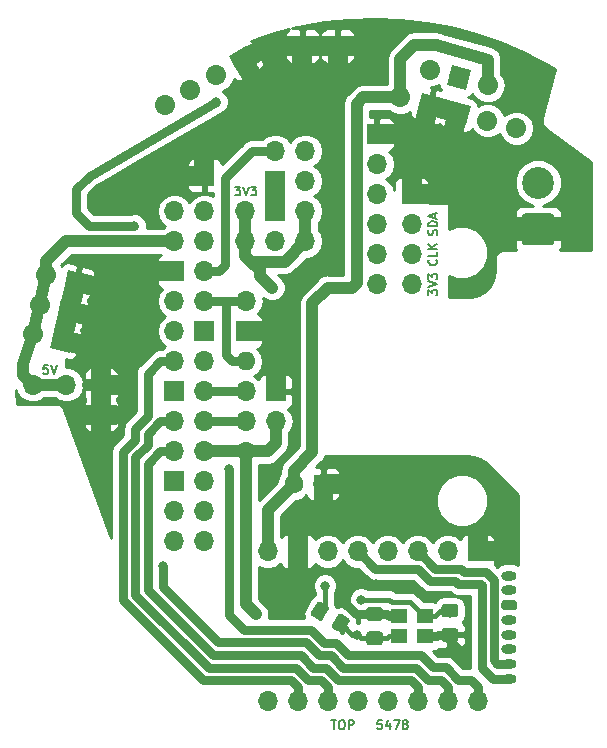
<source format=gbr>
G04 #@! TF.GenerationSoftware,KiCad,Pcbnew,(5.0.2)-1*
G04 #@! TF.CreationDate,2019-03-22T14:34:22+01:00*
G04 #@! TF.ProjectId,DICE_3.2,44494345-5f33-42e3-922e-6b696361645f,rev?*
G04 #@! TF.SameCoordinates,PX6712b80PY6da2680*
G04 #@! TF.FileFunction,Copper,L1,Top*
G04 #@! TF.FilePolarity,Positive*
%FSLAX46Y46*%
G04 Gerber Fmt 4.6, Leading zero omitted, Abs format (unit mm)*
G04 Created by KiCad (PCBNEW (5.0.2)-1) date 22/03/2019 14:34:22*
%MOMM*%
%LPD*%
G01*
G04 APERTURE LIST*
G04 #@! TA.AperFunction,NonConductor*
%ADD10C,0.180000*%
G04 #@! TD*
G04 #@! TA.AperFunction,ComponentPad*
%ADD11O,1.300000X0.800000*%
G04 #@! TD*
G04 #@! TA.AperFunction,Conductor*
%ADD12C,0.100000*%
G04 #@! TD*
G04 #@! TA.AperFunction,ComponentPad*
%ADD13C,0.800000*%
G04 #@! TD*
G04 #@! TA.AperFunction,ComponentPad*
%ADD14C,2.700000*%
G04 #@! TD*
G04 #@! TA.AperFunction,ComponentPad*
%ADD15O,1.700000X1.700000*%
G04 #@! TD*
G04 #@! TA.AperFunction,ComponentPad*
%ADD16C,1.700000*%
G04 #@! TD*
G04 #@! TA.AperFunction,Conductor*
%ADD17C,1.700000*%
G04 #@! TD*
G04 #@! TA.AperFunction,SMDPad,CuDef*
%ADD18R,1.400000X1.200000*%
G04 #@! TD*
G04 #@! TA.AperFunction,ComponentPad*
%ADD19R,1.700000X1.700000*%
G04 #@! TD*
G04 #@! TA.AperFunction,ComponentPad*
%ADD20C,1.600000*%
G04 #@! TD*
G04 #@! TA.AperFunction,ComponentPad*
%ADD21R,1.600000X1.600000*%
G04 #@! TD*
G04 #@! TA.AperFunction,ComponentPad*
%ADD22O,1.600000X1.600000*%
G04 #@! TD*
G04 #@! TA.AperFunction,SMDPad,CuDef*
%ADD23C,1.150000*%
G04 #@! TD*
G04 #@! TA.AperFunction,ViaPad*
%ADD24C,0.800000*%
G04 #@! TD*
G04 #@! TA.AperFunction,ViaPad*
%ADD25C,1.000000*%
G04 #@! TD*
G04 #@! TA.AperFunction,Conductor*
%ADD26C,0.750000*%
G04 #@! TD*
G04 #@! TA.AperFunction,Conductor*
%ADD27C,1.000000*%
G04 #@! TD*
G04 #@! TA.AperFunction,Conductor*
%ADD28C,2.000000*%
G04 #@! TD*
G04 #@! TA.AperFunction,Conductor*
%ADD29C,1.600000*%
G04 #@! TD*
G04 #@! TA.AperFunction,Conductor*
%ADD30C,0.450000*%
G04 #@! TD*
G04 #@! TA.AperFunction,Conductor*
%ADD31C,0.254000*%
G04 #@! TD*
G04 APERTURE END LIST*
D10*
X45181428Y61050715D02*
X45645714Y61050715D01*
X45395714Y60765000D01*
X45502857Y60765000D01*
X45574285Y60729286D01*
X45610000Y60693572D01*
X45645714Y60622143D01*
X45645714Y60443572D01*
X45610000Y60372143D01*
X45574285Y60336429D01*
X45502857Y60300715D01*
X45288571Y60300715D01*
X45217142Y60336429D01*
X45181428Y60372143D01*
X45860000Y61050715D02*
X46110000Y60300715D01*
X46360000Y61050715D01*
X46538571Y61050715D02*
X47002857Y61050715D01*
X46752857Y60765000D01*
X46860000Y60765000D01*
X46931428Y60729286D01*
X46967142Y60693572D01*
X47002857Y60622143D01*
X47002857Y60443572D01*
X46967142Y60372143D01*
X46931428Y60336429D01*
X46860000Y60300715D01*
X46645714Y60300715D01*
X46574285Y60336429D01*
X46538571Y60372143D01*
X29357142Y45970715D02*
X29000000Y45970715D01*
X28964285Y45613572D01*
X29000000Y45649286D01*
X29071428Y45685000D01*
X29250000Y45685000D01*
X29321428Y45649286D01*
X29357142Y45613572D01*
X29392857Y45542143D01*
X29392857Y45363572D01*
X29357142Y45292143D01*
X29321428Y45256429D01*
X29250000Y45220715D01*
X29071428Y45220715D01*
X29000000Y45256429D01*
X28964285Y45292143D01*
X29607142Y45970715D02*
X29857142Y45220715D01*
X30107142Y45970715D01*
X61579285Y51851429D02*
X61579285Y52315715D01*
X61865000Y52065715D01*
X61865000Y52172858D01*
X61900714Y52244286D01*
X61936428Y52280000D01*
X62007857Y52315715D01*
X62186428Y52315715D01*
X62257857Y52280000D01*
X62293571Y52244286D01*
X62329285Y52172858D01*
X62329285Y51958572D01*
X62293571Y51887143D01*
X62257857Y51851429D01*
X61579285Y52530000D02*
X62329285Y52780000D01*
X61579285Y53030000D01*
X61579285Y53208572D02*
X61579285Y53672858D01*
X61865000Y53422858D01*
X61865000Y53530000D01*
X61900714Y53601429D01*
X61936428Y53637143D01*
X62007857Y53672858D01*
X62186428Y53672858D01*
X62257857Y53637143D01*
X62293571Y53601429D01*
X62329285Y53530000D01*
X62329285Y53315715D01*
X62293571Y53244286D01*
X62257857Y53208572D01*
X62257857Y54873572D02*
X62293571Y54837858D01*
X62329285Y54730715D01*
X62329285Y54659286D01*
X62293571Y54552143D01*
X62222142Y54480715D01*
X62150714Y54445000D01*
X62007857Y54409286D01*
X61900714Y54409286D01*
X61757857Y54445000D01*
X61686428Y54480715D01*
X61615000Y54552143D01*
X61579285Y54659286D01*
X61579285Y54730715D01*
X61615000Y54837858D01*
X61650714Y54873572D01*
X62329285Y55552143D02*
X62329285Y55195000D01*
X61579285Y55195000D01*
X62329285Y55802143D02*
X61579285Y55802143D01*
X62329285Y56230715D02*
X61900714Y55909286D01*
X61579285Y56230715D02*
X62007857Y55802143D01*
X62293571Y56949286D02*
X62329285Y57056429D01*
X62329285Y57235000D01*
X62293571Y57306429D01*
X62257857Y57342143D01*
X62186428Y57377858D01*
X62115000Y57377858D01*
X62043571Y57342143D01*
X62007857Y57306429D01*
X61972142Y57235000D01*
X61936428Y57092143D01*
X61900714Y57020715D01*
X61865000Y56985000D01*
X61793571Y56949286D01*
X61722142Y56949286D01*
X61650714Y56985000D01*
X61615000Y57020715D01*
X61579285Y57092143D01*
X61579285Y57270715D01*
X61615000Y57377858D01*
X62329285Y57699286D02*
X61579285Y57699286D01*
X61579285Y57877858D01*
X61615000Y57985000D01*
X61686428Y58056429D01*
X61757857Y58092143D01*
X61900714Y58127858D01*
X62007857Y58127858D01*
X62150714Y58092143D01*
X62222142Y58056429D01*
X62293571Y57985000D01*
X62329285Y57877858D01*
X62329285Y57699286D01*
X62115000Y58413572D02*
X62115000Y58770715D01*
X62329285Y58342143D02*
X61579285Y58592143D01*
X62329285Y58842143D01*
X53362142Y15870715D02*
X53790714Y15870715D01*
X53576428Y15120715D02*
X53576428Y15870715D01*
X54183571Y15870715D02*
X54326428Y15870715D01*
X54397857Y15835000D01*
X54469285Y15763572D01*
X54505000Y15620715D01*
X54505000Y15370715D01*
X54469285Y15227858D01*
X54397857Y15156429D01*
X54326428Y15120715D01*
X54183571Y15120715D01*
X54112142Y15156429D01*
X54040714Y15227858D01*
X54005000Y15370715D01*
X54005000Y15620715D01*
X54040714Y15763572D01*
X54112142Y15835000D01*
X54183571Y15870715D01*
X54826428Y15120715D02*
X54826428Y15870715D01*
X55112142Y15870715D01*
X55183571Y15835000D01*
X55219285Y15799286D01*
X55255000Y15727858D01*
X55255000Y15620715D01*
X55219285Y15549286D01*
X55183571Y15513572D01*
X55112142Y15477858D01*
X54826428Y15477858D01*
X57647857Y15870715D02*
X57290714Y15870715D01*
X57255000Y15513572D01*
X57290714Y15549286D01*
X57362142Y15585000D01*
X57540714Y15585000D01*
X57612142Y15549286D01*
X57647857Y15513572D01*
X57683571Y15442143D01*
X57683571Y15263572D01*
X57647857Y15192143D01*
X57612142Y15156429D01*
X57540714Y15120715D01*
X57362142Y15120715D01*
X57290714Y15156429D01*
X57255000Y15192143D01*
X58326428Y15620715D02*
X58326428Y15120715D01*
X58147857Y15906429D02*
X57969285Y15370715D01*
X58433571Y15370715D01*
X58647857Y15870715D02*
X59147857Y15870715D01*
X58826428Y15120715D01*
X59540714Y15549286D02*
X59469285Y15585000D01*
X59433571Y15620715D01*
X59397857Y15692143D01*
X59397857Y15727858D01*
X59433571Y15799286D01*
X59469285Y15835000D01*
X59540714Y15870715D01*
X59683571Y15870715D01*
X59755000Y15835000D01*
X59790714Y15799286D01*
X59826428Y15727858D01*
X59826428Y15692143D01*
X59790714Y15620715D01*
X59755000Y15585000D01*
X59683571Y15549286D01*
X59540714Y15549286D01*
X59469285Y15513572D01*
X59433571Y15477858D01*
X59397857Y15406429D01*
X59397857Y15263572D01*
X59433571Y15192143D01*
X59469285Y15156429D01*
X59540714Y15120715D01*
X59683571Y15120715D01*
X59755000Y15156429D01*
X59790714Y15192143D01*
X59826428Y15263572D01*
X59826428Y15406429D01*
X59790714Y15477858D01*
X59755000Y15513572D01*
X59683571Y15549286D01*
D11*
G04 #@! TO.P,M1,8*
G04 #@! TO.N,Net-(M1-Pad8)*
X68420000Y19370000D03*
G04 #@! TO.P,M1,7*
G04 #@! TO.N,Net-(M1-Pad7)*
X68420000Y20620000D03*
G04 #@! TO.P,M1,6*
G04 #@! TO.N,Net-(C4-Pad1)*
X68420000Y21870000D03*
G04 #@! TO.P,M1,5*
G04 #@! TO.N,Net-(M1-Pad5)*
X68420000Y23120000D03*
G04 #@! TO.P,M1,4*
G04 #@! TO.N,Net-(M1-Pad4)*
X68420000Y24370000D03*
D12*
G04 #@! TD*
G04 #@! TO.N,Net-(ADC1-Pad1)*
G04 #@! TO.C,M1*
G36*
X68889603Y26019037D02*
X68909018Y26016157D01*
X68928057Y26011388D01*
X68946537Y26004776D01*
X68964279Y25996384D01*
X68981114Y25986294D01*
X68996879Y25974602D01*
X69011421Y25961421D01*
X69024602Y25946879D01*
X69036294Y25931114D01*
X69046384Y25914279D01*
X69054776Y25896537D01*
X69061388Y25878057D01*
X69066157Y25859018D01*
X69069037Y25839603D01*
X69070000Y25820000D01*
X69070000Y25420000D01*
X69069037Y25400397D01*
X69066157Y25380982D01*
X69061388Y25361943D01*
X69054776Y25343463D01*
X69046384Y25325721D01*
X69036294Y25308886D01*
X69024602Y25293121D01*
X69011421Y25278579D01*
X68996879Y25265398D01*
X68981114Y25253706D01*
X68964279Y25243616D01*
X68946537Y25235224D01*
X68928057Y25228612D01*
X68909018Y25223843D01*
X68889603Y25220963D01*
X68870000Y25220000D01*
X67970000Y25220000D01*
X67950397Y25220963D01*
X67930982Y25223843D01*
X67911943Y25228612D01*
X67893463Y25235224D01*
X67875721Y25243616D01*
X67858886Y25253706D01*
X67843121Y25265398D01*
X67828579Y25278579D01*
X67815398Y25293121D01*
X67803706Y25308886D01*
X67793616Y25325721D01*
X67785224Y25343463D01*
X67778612Y25361943D01*
X67773843Y25380982D01*
X67770963Y25400397D01*
X67770000Y25420000D01*
X67770000Y25820000D01*
X67770963Y25839603D01*
X67773843Y25859018D01*
X67778612Y25878057D01*
X67785224Y25896537D01*
X67793616Y25914279D01*
X67803706Y25931114D01*
X67815398Y25946879D01*
X67828579Y25961421D01*
X67843121Y25974602D01*
X67858886Y25986294D01*
X67875721Y25996384D01*
X67893463Y26004776D01*
X67911943Y26011388D01*
X67930982Y26016157D01*
X67950397Y26019037D01*
X67970000Y26020000D01*
X68870000Y26020000D01*
X68889603Y26019037D01*
X68889603Y26019037D01*
G37*
D13*
G04 #@! TO.P,M1,3*
G04 #@! TO.N,Net-(ADC1-Pad1)*
X68420000Y25620000D03*
D11*
G04 #@! TO.P,M1,2*
G04 #@! TO.N,Net-(M1-Pad2)*
X68420000Y26870000D03*
G04 #@! TO.P,M1,1*
G04 #@! TO.N,Net-(M1-Pad1)*
X68420000Y28120000D03*
G04 #@! TD*
D14*
G04 #@! TO.P,BT1,2*
G04 #@! TO.N,Net-(ADC1-Pad2)*
X70870000Y61390000D03*
D12*
G04 #@! TD*
G04 #@! TO.N,Net-(ADC1-Pad1)*
G04 #@! TO.C,BT1*
G36*
X71993512Y58778791D02*
X72017887Y58775175D01*
X72041790Y58769188D01*
X72064992Y58760886D01*
X72087268Y58750350D01*
X72108404Y58737682D01*
X72128196Y58723003D01*
X72146455Y58706455D01*
X72163003Y58688196D01*
X72177682Y58668404D01*
X72190350Y58647268D01*
X72200886Y58624992D01*
X72209188Y58601790D01*
X72215175Y58577887D01*
X72218791Y58553512D01*
X72220000Y58528900D01*
X72220000Y56331100D01*
X72218791Y56306488D01*
X72215175Y56282113D01*
X72209188Y56258210D01*
X72200886Y56235008D01*
X72190350Y56212732D01*
X72177682Y56191596D01*
X72163003Y56171804D01*
X72146455Y56153545D01*
X72128196Y56136997D01*
X72108404Y56122318D01*
X72087268Y56109650D01*
X72064992Y56099114D01*
X72041790Y56090812D01*
X72017887Y56084825D01*
X71993512Y56081209D01*
X71968900Y56080000D01*
X69771100Y56080000D01*
X69746488Y56081209D01*
X69722113Y56084825D01*
X69698210Y56090812D01*
X69675008Y56099114D01*
X69652732Y56109650D01*
X69631596Y56122318D01*
X69611804Y56136997D01*
X69593545Y56153545D01*
X69576997Y56171804D01*
X69562318Y56191596D01*
X69549650Y56212732D01*
X69539114Y56235008D01*
X69530812Y56258210D01*
X69524825Y56282113D01*
X69521209Y56306488D01*
X69520000Y56331100D01*
X69520000Y58528900D01*
X69521209Y58553512D01*
X69524825Y58577887D01*
X69530812Y58601790D01*
X69539114Y58624992D01*
X69549650Y58647268D01*
X69562318Y58668404D01*
X69576997Y58688196D01*
X69593545Y58706455D01*
X69611804Y58723003D01*
X69631596Y58737682D01*
X69652732Y58750350D01*
X69675008Y58760886D01*
X69698210Y58769188D01*
X69722113Y58775175D01*
X69746488Y58778791D01*
X69771100Y58780000D01*
X71968900Y58780000D01*
X71993512Y58778791D01*
X71993512Y58778791D01*
G37*
D14*
G04 #@! TO.P,BT1,1*
G04 #@! TO.N,Net-(ADC1-Pad1)*
X70870000Y57430000D03*
G04 #@! TD*
D15*
G04 #@! TO.P,REF\002A\002A,1*
G04 #@! TO.N,Net-(ADC1-Pad6)*
X46080000Y56420000D03*
G04 #@! TD*
D16*
G04 #@! TO.P,SUR1,4*
G04 #@! TO.N,Net-(ADC1-Pad1)*
X61671445Y67958400D03*
D12*
G04 #@! TD*
G04 #@! TO.N,Net-(ADC1-Pad1)*
G04 #@! TO.C,SUR1*
G36*
X61070404Y68999433D02*
X62712478Y68559441D01*
X62272486Y66917367D01*
X60630412Y67357359D01*
X61070404Y68999433D01*
X61070404Y68999433D01*
G37*
D16*
G04 #@! TO.P,SUR1,3*
G04 #@! TO.N,Net-(ADC1-Pad1)*
X64124897Y67301001D03*
D12*
G04 #@! TD*
G04 #@! TO.N,Net-(ADC1-Pad1)*
G04 #@! TO.C,SUR1*
G36*
X63523856Y68342034D02*
X65165930Y67902042D01*
X64725938Y66259968D01*
X63083864Y66699960D01*
X63523856Y68342034D01*
X63523856Y68342034D01*
G37*
D16*
G04 #@! TO.P,SUR1,5*
G04 #@! TO.N,Net-(C1-Pad2)*
X59217995Y68615801D03*
D17*
G04 #@! TD*
G04 #@! TO.N,Net-(C1-Pad2)*
G04 #@! TO.C,SUR1*
X59217995Y68615801D02*
X59217995Y68615801D01*
D16*
G04 #@! TO.P,SUR1,2*
G04 #@! TO.N,Net-(ADC1-Pad2)*
X66578348Y66643600D03*
D17*
G04 #@! TD*
G04 #@! TO.N,Net-(ADC1-Pad2)*
G04 #@! TO.C,SUR1*
X66578348Y66643600D02*
X66578348Y66643600D01*
D16*
G04 #@! TO.P,SUR1,1*
G04 #@! TO.N,Net-(ADC1-Pad2)*
X69031800Y65986200D03*
D17*
G04 #@! TD*
G04 #@! TO.N,Net-(ADC1-Pad2)*
G04 #@! TO.C,SUR1*
X69031800Y65986200D02*
X69031800Y65986200D01*
D18*
G04 #@! TO.P,Crystal1,4*
G04 #@! TO.N,Net-(ADC1-Pad1)*
X59125303Y24690954D03*
G04 #@! TO.P,Crystal1,3*
G04 #@! TO.N,Net-(C2-Pad2)*
X61325303Y24690954D03*
G04 #@! TO.P,Crystal1,2*
G04 #@! TO.N,Net-(ADC1-Pad1)*
X61325303Y22990954D03*
G04 #@! TO.P,Crystal1,1*
G04 #@! TO.N,Net-(C3-Pad2)*
X59125303Y22990954D03*
G04 #@! TD*
D15*
G04 #@! TO.P,REF\002A\002A,1*
G04 #@! TO.N,Net-(ADC1-Pad6)*
X46080000Y58978400D03*
G04 #@! TD*
G04 #@! TO.P,REF\002A\002A,1*
G04 #@! TO.N,Net-(C4-Pad1)*
X30920000Y44260000D03*
G04 #@! TD*
D19*
G04 #@! TO.P,REF\002A\002A,1*
G04 #@! TO.N,Net-(ADC1-Pad1)*
X42620000Y61960000D03*
G04 #@! TD*
G04 #@! TO.P,REF\002A\002A,1*
G04 #@! TO.N,Net-(ADC1-Pad1)*
X33870000Y41720000D03*
G04 #@! TD*
G04 #@! TO.P,REF\002A\002A,1*
G04 #@! TO.N,Net-(ADC1-Pad1)*
X33870000Y44260000D03*
G04 #@! TD*
G04 #@! TO.P,REF\002A\002A,1*
G04 #@! TO.N,Net-(ADC1-Pad1)*
X53920000Y72960000D03*
G04 #@! TD*
G04 #@! TO.P,REF\002A\002A,1*
G04 #@! TO.N,Net-(ADC1-Pad1)*
X50920000Y72960000D03*
G04 #@! TD*
D15*
G04 #@! TO.P,REF\002A\002A,1*
G04 #@! TO.N,Net-(C4-Pad1)*
X28090000Y44260000D03*
G04 #@! TD*
D20*
G04 #@! TO.P,C1,2*
G04 #@! TO.N,Net-(C1-Pad2)*
X50170000Y35860000D03*
D21*
G04 #@! TO.P,C1,1*
G04 #@! TO.N,Net-(ADC1-Pad1)*
X52670000Y35860000D03*
G04 #@! TD*
D16*
G04 #@! TO.P,SDR1,3*
G04 #@! TO.N,Net-(C1-Pad2)*
X66616903Y69635199D03*
D17*
G04 #@! TD*
G04 #@! TO.N,Net-(C1-Pad2)*
G04 #@! TO.C,SDR1*
X66616903Y69635199D02*
X66616903Y69635199D01*
D16*
G04 #@! TO.P,SDR1,2*
G04 #@! TO.N,Net-(ADC1-Pad1)*
X64163452Y70292600D03*
D12*
G04 #@! TD*
G04 #@! TO.N,Net-(ADC1-Pad1)*
G04 #@! TO.C,SDR1*
G36*
X63562411Y71333633D02*
X65204485Y70893641D01*
X64764493Y69251567D01*
X63122419Y69691559D01*
X63562411Y71333633D01*
X63562411Y71333633D01*
G37*
D16*
G04 #@! TO.P,SDR1,1*
G04 #@! TO.N,Net-(ADC1-Pad3)*
X61710000Y70950000D03*
D17*
G04 #@! TD*
G04 #@! TO.N,Net-(ADC1-Pad3)*
G04 #@! TO.C,SDR1*
X61710000Y70950000D02*
X61710000Y70950000D01*
D16*
G04 #@! TO.P,Strip-Power1,6*
G04 #@! TO.N,Net-(C4-Pad1)*
X29246700Y53545216D03*
D17*
G04 #@! TD*
G04 #@! TO.N,Net-(C4-Pad1)*
G04 #@! TO.C,Strip-Power1*
X29246700Y53545216D02*
X29246700Y53545216D01*
D16*
G04 #@! TO.P,Strip-Power1,5*
G04 #@! TO.N,Net-(ADC1-Pad1)*
X31721600Y52973840D03*
D12*
G04 #@! TD*
G04 #@! TO.N,Net-(ADC1-Pad1)*
G04 #@! TO.C,Strip-Power1*
G36*
X30702177Y52336834D02*
X31084594Y53993263D01*
X32741023Y53610846D01*
X32358606Y51954417D01*
X30702177Y52336834D01*
X30702177Y52336834D01*
G37*
D16*
G04 #@! TO.P,Strip-Power1,4*
G04 #@! TO.N,Net-(C4-Pad1)*
X28675325Y51070316D03*
D17*
G04 #@! TD*
G04 #@! TO.N,Net-(C4-Pad1)*
G04 #@! TO.C,Strip-Power1*
X28675325Y51070316D02*
X28675325Y51070316D01*
D16*
G04 #@! TO.P,Strip-Power1,3*
G04 #@! TO.N,Net-(ADC1-Pad1)*
X31150225Y50498940D03*
D12*
G04 #@! TD*
G04 #@! TO.N,Net-(ADC1-Pad1)*
G04 #@! TO.C,Strip-Power1*
G36*
X30130802Y49861934D02*
X30513219Y51518363D01*
X32169648Y51135946D01*
X31787231Y49479517D01*
X30130802Y49861934D01*
X30130802Y49861934D01*
G37*
D16*
G04 #@! TO.P,Strip-Power1,2*
G04 #@! TO.N,Net-(C4-Pad1)*
X28103949Y48595416D03*
D17*
G04 #@! TD*
G04 #@! TO.N,Net-(C4-Pad1)*
G04 #@! TO.C,Strip-Power1*
X28103949Y48595416D02*
X28103949Y48595416D01*
D16*
G04 #@! TO.P,Strip-Power1,1*
G04 #@! TO.N,Net-(ADC1-Pad1)*
X30578849Y48024040D03*
D12*
G04 #@! TD*
G04 #@! TO.N,Net-(ADC1-Pad1)*
G04 #@! TO.C,Strip-Power1*
G36*
X29559426Y47387034D02*
X29941843Y49043463D01*
X31598272Y48661046D01*
X31215855Y47004617D01*
X29559426Y47387034D01*
X29559426Y47387034D01*
G37*
D15*
G04 #@! TO.P,MD1,16*
G04 #@! TO.N,Net-(MD1-Pad16)*
X65758000Y17474800D03*
G04 #@! TO.P,MD1,8*
G04 #@! TO.N,Net-(C1-Pad2)*
X47978000Y30174800D03*
G04 #@! TO.P,MD1,15*
G04 #@! TO.N,Net-(MD1-Pad15)*
X63218000Y17474800D03*
D19*
G04 #@! TO.P,MD1,7*
G04 #@! TO.N,Net-(ADC1-Pad1)*
X50518000Y30174800D03*
D15*
G04 #@! TO.P,MD1,14*
G04 #@! TO.N,Net-(MD1-Pad14)*
X60678000Y17474800D03*
G04 #@! TO.P,MD1,6*
G04 #@! TO.N,Net-(M1-Pad2)*
X53058000Y30174800D03*
G04 #@! TO.P,MD1,13*
G04 #@! TO.N,Net-(MD1-Pad13)*
X58138000Y17474800D03*
G04 #@! TO.P,MD1,5*
G04 #@! TO.N,Net-(M1-Pad8)*
X55598000Y30174800D03*
G04 #@! TO.P,MD1,12*
G04 #@! TO.N,Net-(MD1-Pad12)*
X55598000Y17474800D03*
G04 #@! TO.P,MD1,4*
G04 #@! TO.N,Net-(M1-Pad1)*
X58138000Y30174800D03*
G04 #@! TO.P,MD1,11*
G04 #@! TO.N,Net-(MD1-Pad11)*
X53058000Y17474800D03*
G04 #@! TO.P,MD1,3*
G04 #@! TO.N,Net-(M1-Pad7)*
X60678000Y30174800D03*
G04 #@! TO.P,MD1,10*
G04 #@! TO.N,Net-(MD1-Pad10)*
X50518000Y17474800D03*
G04 #@! TO.P,MD1,2*
G04 #@! TO.N,Net-(MD1-Pad2)*
X63218000Y30174800D03*
G04 #@! TO.P,MD1,9*
G04 #@! TO.N,Net-(MD1-Pad9)*
X47978000Y17474800D03*
D19*
G04 #@! TO.P,MD1,1*
G04 #@! TO.N,Net-(ADC1-Pad1)*
X65758000Y30174800D03*
G04 #@! TD*
D15*
G04 #@! TO.P,REF\002A\002A,4*
G04 #@! TO.N,Net-(ADC1-Pad6)*
X60160000Y52780000D03*
G04 #@! TO.P,REF\002A\002A,3*
G04 #@! TO.N,Net-(ADC1-Pad5)*
X60160000Y55320000D03*
G04 #@! TO.P,REF\002A\002A,2*
G04 #@! TO.N,Net-(ADC1-Pad4)*
X60160000Y57860000D03*
D19*
G04 #@! TO.P,REF\002A\002A,1*
G04 #@! TO.N,Net-(ADC1-Pad1)*
X60160000Y60400000D03*
G04 #@! TD*
D15*
G04 #@! TO.P,Strip-Logic1,4*
G04 #@! TO.N,Net-(Strip-Logic1-Pad4)*
X46120000Y41180000D03*
G04 #@! TO.P,Strip-Logic1,2*
G04 #@! TO.N,Net-(Strip-Logic1-Pad2)*
X46120000Y43720000D03*
G04 #@! TO.P,Strip-Logic1,3*
G04 #@! TO.N,Net-(C5-Pad1)*
X48660000Y41180000D03*
D19*
G04 #@! TO.P,Strip-Logic1,1*
G04 #@! TO.N,Net-(ADC1-Pad1)*
X48660000Y43720000D03*
G04 #@! TD*
D22*
G04 #@! TO.P,R1,2*
G04 #@! TO.N,Net-(R1-Pad2)*
X46120000Y46260000D03*
D20*
G04 #@! TO.P,R1,1*
G04 #@! TO.N,Net-(C5-Pad1)*
X46120000Y38640000D03*
G04 #@! TD*
D15*
G04 #@! TO.P,ADC1,6*
G04 #@! TO.N,Net-(ADC1-Pad6)*
X57230000Y52780000D03*
G04 #@! TO.P,ADC1,5*
G04 #@! TO.N,Net-(ADC1-Pad5)*
X57230000Y55320000D03*
G04 #@! TO.P,ADC1,4*
G04 #@! TO.N,Net-(ADC1-Pad4)*
X57230000Y57860000D03*
G04 #@! TO.P,ADC1,3*
G04 #@! TO.N,Net-(ADC1-Pad3)*
X57230000Y60400000D03*
G04 #@! TO.P,ADC1,2*
G04 #@! TO.N,Net-(ADC1-Pad2)*
X57230000Y62940000D03*
D19*
G04 #@! TO.P,ADC1,1*
G04 #@! TO.N,Net-(ADC1-Pad1)*
X57230000Y65480000D03*
G04 #@! TD*
D15*
G04 #@! TO.P,nPi1,24*
G04 #@! TO.N,Net-(U2-Pad2)*
X40080000Y31020000D03*
G04 #@! TO.P,nPi1,23*
G04 #@! TO.N,Net-(U2-Pad3)*
X42620000Y31020000D03*
G04 #@! TO.P,nPi1,22*
G04 #@! TO.N,Net-(MD1-Pad15)*
X40080000Y33560000D03*
G04 #@! TO.P,nPi1,21*
G04 #@! TO.N,Net-(U2-Pad4)*
X42620000Y33560000D03*
D19*
G04 #@! TO.P,nPi1,20*
G04 #@! TO.N,Net-(ADC1-Pad1)*
X40080000Y36100000D03*
D15*
G04 #@! TO.P,nPi1,19*
G04 #@! TO.N,Net-(U2-Pad5)*
X42620000Y36100000D03*
G04 #@! TO.P,nPi1,18*
G04 #@! TO.N,Net-(MD1-Pad14)*
X40080000Y38640000D03*
G04 #@! TO.P,nPi1,17*
G04 #@! TO.N,Net-(C5-Pad1)*
X42620000Y38640000D03*
G04 #@! TO.P,nPi1,16*
G04 #@! TO.N,Net-(MD1-Pad11)*
X40080000Y41180000D03*
G04 #@! TO.P,nPi1,15*
G04 #@! TO.N,Net-(Strip-Logic1-Pad4)*
X42620000Y41180000D03*
D19*
G04 #@! TO.P,nPi1,14*
G04 #@! TO.N,Net-(ADC1-Pad1)*
X40080000Y43720000D03*
D15*
G04 #@! TO.P,nPi1,13*
G04 #@! TO.N,Net-(Strip-Logic1-Pad2)*
X42620000Y43720000D03*
G04 #@! TO.P,nPi1,12*
G04 #@! TO.N,Net-(MD1-Pad10)*
X40080000Y46260000D03*
G04 #@! TO.P,nPi1,11*
G04 #@! TO.N,Net-(MD1-Pad16)*
X42620000Y46260000D03*
G04 #@! TO.P,nPi1,10*
G04 #@! TO.N,Net-(RF1-Pad3)*
X40080000Y48800000D03*
D19*
G04 #@! TO.P,nPi1,9*
G04 #@! TO.N,Net-(ADC1-Pad1)*
X42620000Y48800000D03*
D15*
G04 #@! TO.P,nPi1,8*
G04 #@! TO.N,Net-(RF1-Pad2)*
X40080000Y51340000D03*
G04 #@! TO.P,nPi1,7*
G04 #@! TO.N,Net-(R1-Pad2)*
X42620000Y51340000D03*
D19*
G04 #@! TO.P,nPi1,6*
G04 #@! TO.N,Net-(ADC1-Pad1)*
X40080000Y53880000D03*
D15*
G04 #@! TO.P,nPi1,5*
G04 #@! TO.N,Net-(ADC1-Pad5)*
X42620000Y53880000D03*
G04 #@! TO.P,nPi1,4*
G04 #@! TO.N,Net-(C4-Pad1)*
X40080000Y56420000D03*
G04 #@! TO.P,nPi1,3*
G04 #@! TO.N,Net-(ADC1-Pad4)*
X42620000Y56420000D03*
G04 #@! TO.P,nPi1,2*
G04 #@! TO.N,Net-(ADC1-Pad3)*
X40080000Y58960000D03*
G04 #@! TO.P,nPi1,1*
G04 #@! TO.N,Net-(ADC1-Pad6)*
X42620000Y58960000D03*
G04 #@! TD*
D16*
G04 #@! TO.P,RF1,4*
G04 #@! TO.N,Net-(ADC1-Pad1)*
X45839114Y71779999D03*
D12*
G04 #@! TD*
G04 #@! TO.N,Net-(ADC1-Pad1)*
G04 #@! TO.C,RF1*
G36*
X47000236Y71468877D02*
X45527992Y70618877D01*
X44677992Y72091121D01*
X46150236Y72941121D01*
X47000236Y71468877D01*
X47000236Y71468877D01*
G37*
D16*
G04 #@! TO.P,RF1,3*
G04 #@! TO.N,Net-(RF1-Pad3)*
X43639409Y70510000D03*
D17*
G04 #@! TD*
G04 #@! TO.N,Net-(RF1-Pad3)*
G04 #@! TO.C,RF1*
X43639409Y70510000D02*
X43639409Y70510000D01*
D16*
G04 #@! TO.P,RF1,2*
G04 #@! TO.N,Net-(RF1-Pad2)*
X41439705Y69240000D03*
D17*
G04 #@! TD*
G04 #@! TO.N,Net-(RF1-Pad2)*
G04 #@! TO.C,RF1*
X41439705Y69240000D02*
X41439705Y69240000D01*
D16*
G04 #@! TO.P,RF1,1*
G04 #@! TO.N,Net-(C4-Pad1)*
X39240000Y67970000D03*
D17*
G04 #@! TD*
G04 #@! TO.N,Net-(C4-Pad1)*
G04 #@! TO.C,RF1*
X39240000Y67970000D02*
X39240000Y67970000D01*
D15*
G04 #@! TO.P,SW1,2*
G04 #@! TO.N,Net-(R1-Pad2)*
X46120000Y51350000D03*
D19*
G04 #@! TO.P,SW1,1*
G04 #@! TO.N,Net-(ADC1-Pad1)*
X46120000Y48810000D03*
G04 #@! TD*
D15*
G04 #@! TO.P,PS1,8*
G04 #@! TO.N,Net-(ADC1-Pad6)*
X51160000Y56438400D03*
G04 #@! TO.P,PS1,7*
G04 #@! TO.N,Net-(PS1-Pad7)*
X48620000Y56438400D03*
G04 #@! TO.P,PS1,6*
G04 #@! TO.N,Net-(ADC1-Pad6)*
X51160000Y58978400D03*
D19*
G04 #@! TO.P,PS1,5*
G04 #@! TO.N,Net-(ADC1-Pad1)*
X48620000Y58978400D03*
D15*
G04 #@! TO.P,PS1,4*
G04 #@! TO.N,Net-(ADC1-Pad4)*
X51160000Y61518400D03*
D19*
G04 #@! TO.P,PS1,3*
G04 #@! TO.N,Net-(ADC1-Pad1)*
X48620000Y61518400D03*
D15*
G04 #@! TO.P,PS1,2*
G04 #@! TO.N,Net-(PS1-Pad2)*
X51160000Y64058400D03*
G04 #@! TO.P,PS1,1*
G04 #@! TO.N,Net-(ADC1-Pad5)*
X48620000Y64058400D03*
G04 #@! TD*
D12*
G04 #@! TO.N,Net-(C2-Pad2)*
G04 #@! TO.C,R2*
G36*
X52368496Y25902573D02*
X52392634Y25898181D01*
X52416224Y25891445D01*
X52439041Y25882428D01*
X52460864Y25871219D01*
X53023783Y25546218D01*
X53044403Y25532923D01*
X53063620Y25517671D01*
X53081249Y25500609D01*
X53097121Y25481902D01*
X53111084Y25461729D01*
X53123001Y25440284D01*
X53132759Y25417774D01*
X53140264Y25394417D01*
X53145444Y25370436D01*
X53148248Y25346063D01*
X53148649Y25321532D01*
X53146644Y25297081D01*
X53142252Y25272943D01*
X53135516Y25249353D01*
X53126499Y25226536D01*
X53115290Y25204713D01*
X52665289Y24425288D01*
X52651994Y24404668D01*
X52636742Y24385451D01*
X52619680Y24367822D01*
X52600973Y24351949D01*
X52580799Y24337987D01*
X52559355Y24326070D01*
X52536845Y24316311D01*
X52513488Y24308807D01*
X52489507Y24303627D01*
X52465134Y24300823D01*
X52440603Y24300422D01*
X52416152Y24302427D01*
X52392014Y24306819D01*
X52368424Y24313555D01*
X52345607Y24322572D01*
X52323784Y24333781D01*
X51760865Y24658782D01*
X51740245Y24672077D01*
X51721028Y24687329D01*
X51703399Y24704391D01*
X51687527Y24723098D01*
X51673564Y24743271D01*
X51661647Y24764716D01*
X51651889Y24787226D01*
X51644384Y24810583D01*
X51639204Y24834564D01*
X51636400Y24858937D01*
X51635999Y24883468D01*
X51638004Y24907919D01*
X51642396Y24932057D01*
X51649132Y24955647D01*
X51658149Y24978464D01*
X51669358Y25000287D01*
X52119359Y25779712D01*
X52132654Y25800332D01*
X52147906Y25819549D01*
X52164968Y25837178D01*
X52183675Y25853051D01*
X52203849Y25867013D01*
X52225293Y25878930D01*
X52247803Y25888689D01*
X52271160Y25896193D01*
X52295141Y25901373D01*
X52319514Y25904177D01*
X52344045Y25904578D01*
X52368496Y25902573D01*
X52368496Y25902573D01*
G37*
D23*
G04 #@! TD*
G04 #@! TO.P,R2,1*
G04 #@! TO.N,Net-(C2-Pad2)*
X52392324Y25102500D03*
D12*
G04 #@! TO.N,Net-(C3-Pad2)*
G04 #@! TO.C,R2*
G36*
X54143848Y24877573D02*
X54167986Y24873181D01*
X54191576Y24866445D01*
X54214393Y24857428D01*
X54236216Y24846219D01*
X54799135Y24521218D01*
X54819755Y24507923D01*
X54838972Y24492671D01*
X54856601Y24475609D01*
X54872473Y24456902D01*
X54886436Y24436729D01*
X54898353Y24415284D01*
X54908111Y24392774D01*
X54915616Y24369417D01*
X54920796Y24345436D01*
X54923600Y24321063D01*
X54924001Y24296532D01*
X54921996Y24272081D01*
X54917604Y24247943D01*
X54910868Y24224353D01*
X54901851Y24201536D01*
X54890642Y24179713D01*
X54440641Y23400288D01*
X54427346Y23379668D01*
X54412094Y23360451D01*
X54395032Y23342822D01*
X54376325Y23326949D01*
X54356151Y23312987D01*
X54334707Y23301070D01*
X54312197Y23291311D01*
X54288840Y23283807D01*
X54264859Y23278627D01*
X54240486Y23275823D01*
X54215955Y23275422D01*
X54191504Y23277427D01*
X54167366Y23281819D01*
X54143776Y23288555D01*
X54120959Y23297572D01*
X54099136Y23308781D01*
X53536217Y23633782D01*
X53515597Y23647077D01*
X53496380Y23662329D01*
X53478751Y23679391D01*
X53462879Y23698098D01*
X53448916Y23718271D01*
X53436999Y23739716D01*
X53427241Y23762226D01*
X53419736Y23785583D01*
X53414556Y23809564D01*
X53411752Y23833937D01*
X53411351Y23858468D01*
X53413356Y23882919D01*
X53417748Y23907057D01*
X53424484Y23930647D01*
X53433501Y23953464D01*
X53444710Y23975287D01*
X53894711Y24754712D01*
X53908006Y24775332D01*
X53923258Y24794549D01*
X53940320Y24812178D01*
X53959027Y24828051D01*
X53979201Y24842013D01*
X54000645Y24853930D01*
X54023155Y24863689D01*
X54046512Y24871193D01*
X54070493Y24876373D01*
X54094866Y24879177D01*
X54119397Y24879578D01*
X54143848Y24877573D01*
X54143848Y24877573D01*
G37*
D23*
G04 #@! TD*
G04 #@! TO.P,R2,2*
G04 #@! TO.N,Net-(C3-Pad2)*
X54167676Y24077500D03*
D12*
G04 #@! TO.N,Net-(ADC1-Pad1)*
G04 #@! TO.C,C2*
G36*
X63864505Y23673796D02*
X63888773Y23670196D01*
X63912572Y23664235D01*
X63935671Y23655970D01*
X63957850Y23645480D01*
X63978893Y23632868D01*
X63998599Y23618253D01*
X64016777Y23601777D01*
X64033253Y23583599D01*
X64047868Y23563893D01*
X64060480Y23542850D01*
X64070970Y23520671D01*
X64079235Y23497572D01*
X64085196Y23473773D01*
X64088796Y23449505D01*
X64090000Y23425001D01*
X64090000Y22774999D01*
X64088796Y22750495D01*
X64085196Y22726227D01*
X64079235Y22702428D01*
X64070970Y22679329D01*
X64060480Y22657150D01*
X64047868Y22636107D01*
X64033253Y22616401D01*
X64016777Y22598223D01*
X63998599Y22581747D01*
X63978893Y22567132D01*
X63957850Y22554520D01*
X63935671Y22544030D01*
X63912572Y22535765D01*
X63888773Y22529804D01*
X63864505Y22526204D01*
X63840001Y22525000D01*
X62939999Y22525000D01*
X62915495Y22526204D01*
X62891227Y22529804D01*
X62867428Y22535765D01*
X62844329Y22544030D01*
X62822150Y22554520D01*
X62801107Y22567132D01*
X62781401Y22581747D01*
X62763223Y22598223D01*
X62746747Y22616401D01*
X62732132Y22636107D01*
X62719520Y22657150D01*
X62709030Y22679329D01*
X62700765Y22702428D01*
X62694804Y22726227D01*
X62691204Y22750495D01*
X62690000Y22774999D01*
X62690000Y23425001D01*
X62691204Y23449505D01*
X62694804Y23473773D01*
X62700765Y23497572D01*
X62709030Y23520671D01*
X62719520Y23542850D01*
X62732132Y23563893D01*
X62746747Y23583599D01*
X62763223Y23601777D01*
X62781401Y23618253D01*
X62801107Y23632868D01*
X62822150Y23645480D01*
X62844329Y23655970D01*
X62867428Y23664235D01*
X62891227Y23670196D01*
X62915495Y23673796D01*
X62939999Y23675000D01*
X63840001Y23675000D01*
X63864505Y23673796D01*
X63864505Y23673796D01*
G37*
D23*
G04 #@! TD*
G04 #@! TO.P,C2,1*
G04 #@! TO.N,Net-(ADC1-Pad1)*
X63390000Y23100000D03*
D12*
G04 #@! TO.N,Net-(C2-Pad2)*
G04 #@! TO.C,C2*
G36*
X63864505Y25723796D02*
X63888773Y25720196D01*
X63912572Y25714235D01*
X63935671Y25705970D01*
X63957850Y25695480D01*
X63978893Y25682868D01*
X63998599Y25668253D01*
X64016777Y25651777D01*
X64033253Y25633599D01*
X64047868Y25613893D01*
X64060480Y25592850D01*
X64070970Y25570671D01*
X64079235Y25547572D01*
X64085196Y25523773D01*
X64088796Y25499505D01*
X64090000Y25475001D01*
X64090000Y24824999D01*
X64088796Y24800495D01*
X64085196Y24776227D01*
X64079235Y24752428D01*
X64070970Y24729329D01*
X64060480Y24707150D01*
X64047868Y24686107D01*
X64033253Y24666401D01*
X64016777Y24648223D01*
X63998599Y24631747D01*
X63978893Y24617132D01*
X63957850Y24604520D01*
X63935671Y24594030D01*
X63912572Y24585765D01*
X63888773Y24579804D01*
X63864505Y24576204D01*
X63840001Y24575000D01*
X62939999Y24575000D01*
X62915495Y24576204D01*
X62891227Y24579804D01*
X62867428Y24585765D01*
X62844329Y24594030D01*
X62822150Y24604520D01*
X62801107Y24617132D01*
X62781401Y24631747D01*
X62763223Y24648223D01*
X62746747Y24666401D01*
X62732132Y24686107D01*
X62719520Y24707150D01*
X62709030Y24729329D01*
X62700765Y24752428D01*
X62694804Y24776227D01*
X62691204Y24800495D01*
X62690000Y24824999D01*
X62690000Y25475001D01*
X62691204Y25499505D01*
X62694804Y25523773D01*
X62700765Y25547572D01*
X62709030Y25570671D01*
X62719520Y25592850D01*
X62732132Y25613893D01*
X62746747Y25633599D01*
X62763223Y25651777D01*
X62781401Y25668253D01*
X62801107Y25682868D01*
X62822150Y25695480D01*
X62844329Y25705970D01*
X62867428Y25714235D01*
X62891227Y25720196D01*
X62915495Y25723796D01*
X62939999Y25725000D01*
X63840001Y25725000D01*
X63864505Y25723796D01*
X63864505Y25723796D01*
G37*
D23*
G04 #@! TD*
G04 #@! TO.P,C2,2*
G04 #@! TO.N,Net-(C2-Pad2)*
X63390000Y25150000D03*
D12*
G04 #@! TO.N,Net-(C3-Pad2)*
G04 #@! TO.C,C3*
G36*
X57499807Y23389753D02*
X57524075Y23386153D01*
X57547874Y23380192D01*
X57570973Y23371927D01*
X57593152Y23361437D01*
X57614195Y23348825D01*
X57633901Y23334210D01*
X57652079Y23317734D01*
X57668555Y23299556D01*
X57683170Y23279850D01*
X57695782Y23258807D01*
X57706272Y23236628D01*
X57714537Y23213529D01*
X57720498Y23189730D01*
X57724098Y23165462D01*
X57725302Y23140958D01*
X57725302Y22490956D01*
X57724098Y22466452D01*
X57720498Y22442184D01*
X57714537Y22418385D01*
X57706272Y22395286D01*
X57695782Y22373107D01*
X57683170Y22352064D01*
X57668555Y22332358D01*
X57652079Y22314180D01*
X57633901Y22297704D01*
X57614195Y22283089D01*
X57593152Y22270477D01*
X57570973Y22259987D01*
X57547874Y22251722D01*
X57524075Y22245761D01*
X57499807Y22242161D01*
X57475303Y22240957D01*
X56575301Y22240957D01*
X56550797Y22242161D01*
X56526529Y22245761D01*
X56502730Y22251722D01*
X56479631Y22259987D01*
X56457452Y22270477D01*
X56436409Y22283089D01*
X56416703Y22297704D01*
X56398525Y22314180D01*
X56382049Y22332358D01*
X56367434Y22352064D01*
X56354822Y22373107D01*
X56344332Y22395286D01*
X56336067Y22418385D01*
X56330106Y22442184D01*
X56326506Y22466452D01*
X56325302Y22490956D01*
X56325302Y23140958D01*
X56326506Y23165462D01*
X56330106Y23189730D01*
X56336067Y23213529D01*
X56344332Y23236628D01*
X56354822Y23258807D01*
X56367434Y23279850D01*
X56382049Y23299556D01*
X56398525Y23317734D01*
X56416703Y23334210D01*
X56436409Y23348825D01*
X56457452Y23361437D01*
X56479631Y23371927D01*
X56502730Y23380192D01*
X56526529Y23386153D01*
X56550797Y23389753D01*
X56575301Y23390957D01*
X57475303Y23390957D01*
X57499807Y23389753D01*
X57499807Y23389753D01*
G37*
D23*
G04 #@! TD*
G04 #@! TO.P,C3,2*
G04 #@! TO.N,Net-(C3-Pad2)*
X57025302Y22815957D03*
D12*
G04 #@! TO.N,Net-(ADC1-Pad1)*
G04 #@! TO.C,C3*
G36*
X57499807Y25439751D02*
X57524075Y25436151D01*
X57547874Y25430190D01*
X57570973Y25421925D01*
X57593152Y25411435D01*
X57614195Y25398823D01*
X57633901Y25384208D01*
X57652079Y25367732D01*
X57668555Y25349554D01*
X57683170Y25329848D01*
X57695782Y25308805D01*
X57706272Y25286626D01*
X57714537Y25263527D01*
X57720498Y25239728D01*
X57724098Y25215460D01*
X57725302Y25190956D01*
X57725302Y24540954D01*
X57724098Y24516450D01*
X57720498Y24492182D01*
X57714537Y24468383D01*
X57706272Y24445284D01*
X57695782Y24423105D01*
X57683170Y24402062D01*
X57668555Y24382356D01*
X57652079Y24364178D01*
X57633901Y24347702D01*
X57614195Y24333087D01*
X57593152Y24320475D01*
X57570973Y24309985D01*
X57547874Y24301720D01*
X57524075Y24295759D01*
X57499807Y24292159D01*
X57475303Y24290955D01*
X56575301Y24290955D01*
X56550797Y24292159D01*
X56526529Y24295759D01*
X56502730Y24301720D01*
X56479631Y24309985D01*
X56457452Y24320475D01*
X56436409Y24333087D01*
X56416703Y24347702D01*
X56398525Y24364178D01*
X56382049Y24382356D01*
X56367434Y24402062D01*
X56354822Y24423105D01*
X56344332Y24445284D01*
X56336067Y24468383D01*
X56330106Y24492182D01*
X56326506Y24516450D01*
X56325302Y24540954D01*
X56325302Y25190956D01*
X56326506Y25215460D01*
X56330106Y25239728D01*
X56336067Y25263527D01*
X56344332Y25286626D01*
X56354822Y25308805D01*
X56367434Y25329848D01*
X56382049Y25349554D01*
X56398525Y25367732D01*
X56416703Y25384208D01*
X56436409Y25398823D01*
X56457452Y25411435D01*
X56479631Y25421925D01*
X56502730Y25430190D01*
X56526529Y25436151D01*
X56550797Y25439751D01*
X56575301Y25440955D01*
X57475303Y25440955D01*
X57499807Y25439751D01*
X57499807Y25439751D01*
G37*
D23*
G04 #@! TD*
G04 #@! TO.P,C3,1*
G04 #@! TO.N,Net-(ADC1-Pad1)*
X57025302Y24865955D03*
D24*
G04 #@! TO.N,Net-(RF1-Pad3)*
X43639409Y68224000D03*
X36690000Y57744000D03*
D25*
G04 #@! TO.N,Net-(ADC1-Pad6)*
X48350000Y52490000D03*
D24*
G04 #@! TO.N,Net-(ADC1-Pad1)*
X36460000Y59260000D03*
X34306666Y59260000D03*
X36460000Y61413332D03*
X35383333Y60336666D03*
X36460000Y60336666D03*
X35383332Y59260000D03*
X33230000Y59260000D03*
X34306666Y60336666D03*
X35383333Y61413332D03*
X36460000Y62489998D03*
D25*
X57160000Y27340000D03*
X63950000Y21770000D03*
X61830000Y26320000D03*
D24*
G04 #@! TO.N,Net-(MD1-Pad16)*
X44720000Y37110000D03*
G04 #@! TO.N,Net-(MD1-Pad15)*
X39120000Y28920000D03*
G04 #@! TO.N,Net-(C2-Pad2)*
X55880000Y26090000D03*
X52830000Y27270000D03*
G04 #@! TO.N,Net-(C3-Pad2)*
X55560000Y23110000D03*
D25*
G04 #@! TO.N,Net-(C5-Pad1)*
X46970000Y24840000D03*
G04 #@! TD*
D26*
G04 #@! TO.N,Net-(ADC1-Pad5)*
X42620000Y53880000D02*
X43822081Y53880000D01*
X43822081Y53880000D02*
X44350000Y54407919D01*
X46648400Y64058400D02*
X48620000Y64058400D01*
X44350000Y61760000D02*
X46648400Y64058400D01*
X44350000Y54407919D02*
X44350000Y61760000D01*
G04 #@! TO.N,Net-(RF1-Pad3)*
X43639409Y68224000D02*
X32920000Y61960000D01*
X32920000Y61960000D02*
X31780000Y60820000D01*
X31780000Y60820000D02*
X31780000Y58810000D01*
X32846000Y57744000D02*
X36690000Y57744000D01*
X31780000Y58810000D02*
X32846000Y57744000D01*
G04 #@! TO.N,Net-(R1-Pad2)*
X42630000Y51350000D02*
X42620000Y51340000D01*
X44470000Y46778630D02*
X44470000Y51350000D01*
X44988630Y46260000D02*
X44470000Y46778630D01*
X46120000Y46260000D02*
X44988630Y46260000D01*
X46120000Y51350000D02*
X44470000Y51350000D01*
X44470000Y51350000D02*
X42630000Y51350000D01*
D27*
G04 #@! TO.N,Net-(ADC1-Pad6)*
X51160000Y58978400D02*
X51160000Y56438400D01*
X46590760Y54690880D02*
X46580600Y54701040D01*
X46080000Y55201640D02*
X46080000Y58978400D01*
X46590760Y54690880D02*
X46080000Y55201640D01*
X49412480Y54690880D02*
X51160000Y56438400D01*
X49412480Y54690880D02*
X46590760Y54690880D01*
X46590760Y54690880D02*
X46599120Y54690880D01*
X46599120Y54690880D02*
X47320000Y53970000D01*
X47320000Y53520000D02*
X48350000Y52490000D01*
X47320000Y53970000D02*
X47320000Y53520000D01*
D26*
G04 #@! TO.N,Net-(Strip-Logic1-Pad2)*
X42620000Y43720000D02*
X46120000Y43720000D01*
G04 #@! TO.N,Net-(Strip-Logic1-Pad4)*
X42620000Y41180000D02*
X46120000Y41180000D01*
D17*
G04 #@! TO.N,Net-(ADC1-Pad1)*
X65758000Y30174800D02*
X65758000Y31690780D01*
X40080000Y53880000D02*
X37530000Y53880000D01*
X30578849Y48024040D02*
X31150225Y50498940D01*
X31150225Y50498940D02*
X31721600Y52973840D01*
X31721600Y52973840D02*
X33634220Y52532277D01*
X31150225Y50498940D02*
X33241460Y50016140D01*
X30578849Y48024040D02*
X32709000Y47532256D01*
X61671445Y67958400D02*
X60770000Y64594161D01*
X64124897Y67301001D02*
X63360165Y64446982D01*
D28*
X70870000Y57430000D02*
X68250000Y57430000D01*
X70870000Y57430000D02*
X73750000Y57430000D01*
D29*
X52670000Y35860000D02*
X52670000Y34310000D01*
D17*
X48660000Y43720000D02*
X48660000Y45320000D01*
X46120000Y48810000D02*
X47720000Y48810000D01*
X45839114Y71779999D02*
X46532067Y70579900D01*
X45839114Y71779999D02*
X47039340Y72472952D01*
X50920000Y72960000D02*
X49200000Y72960000D01*
X50920000Y72960000D02*
X50920000Y70860000D01*
X53920000Y72960000D02*
X53920000Y71360000D01*
X53920000Y72960000D02*
X56030000Y72960000D01*
X50920000Y72960000D02*
X52590000Y72960000D01*
X53920000Y72960000D02*
X52590000Y72960000D01*
X42620000Y61960000D02*
X40550000Y61960000D01*
X42620000Y61960000D02*
X42620000Y63800000D01*
X33870000Y44260000D02*
X35450000Y44260000D01*
X33870000Y44260000D02*
X33870000Y45750000D01*
X33870000Y41720000D02*
X34940000Y41720000D01*
X33870000Y41720000D02*
X32440000Y41720000D01*
X33870000Y41720000D02*
X33870000Y42590000D01*
X33870000Y44260000D02*
X33870000Y42790000D01*
X48620000Y61518400D02*
X48620000Y58978400D01*
D27*
X33870000Y44260000D02*
X32780000Y44260000D01*
D17*
X33870000Y41720000D02*
X33870000Y39820000D01*
X50518000Y30174800D02*
X50518000Y28528000D01*
X50518000Y30174800D02*
X50518000Y31462000D01*
X68298000Y30174800D02*
X65758000Y30174800D01*
X52670000Y35860000D02*
X54740000Y35860000D01*
X57230000Y65480000D02*
X59130000Y65480000D01*
X60160000Y60400000D02*
X62260000Y60400000D01*
X60160000Y60400000D02*
X60160000Y62580000D01*
X64124897Y67301001D02*
X61671445Y67958400D01*
D30*
X63554046Y23290954D02*
X63720000Y23125000D01*
D26*
X59125303Y24690954D02*
X58249046Y24690954D01*
X58074045Y24865955D02*
X57025302Y24865955D01*
X58249046Y24690954D02*
X58074045Y24865955D01*
X57025302Y24865955D02*
X56225302Y24865955D01*
X56211257Y24880000D02*
X56225302Y24865955D01*
X61325303Y22990954D02*
X62310954Y22990954D01*
X62420000Y23100000D02*
X63390000Y23100000D01*
X62310954Y22990954D02*
X62420000Y23100000D01*
X63390000Y22560000D02*
X64140000Y21810000D01*
X63390000Y23100000D02*
X63390000Y22560000D01*
X57025302Y24865955D02*
X55484045Y24865955D01*
X55484045Y24865955D02*
X54690000Y25660000D01*
D27*
G04 #@! TO.N,Net-(C1-Pad2)*
X47978000Y30174800D02*
X47978000Y33493284D01*
X66616903Y71813097D02*
X66616903Y69635199D01*
X60401281Y73051281D02*
X62260000Y73051281D01*
X59217995Y71867995D02*
X60401281Y73051281D01*
X62260000Y73051281D02*
X66616903Y71813097D01*
X47978000Y33668000D02*
X50170000Y35860000D01*
D26*
X47978000Y33493284D02*
X47978000Y33668000D01*
D27*
X59217995Y68615801D02*
X59217995Y71867995D01*
X55510000Y68047500D02*
X56078301Y68615801D01*
X55510000Y52870000D02*
X55510000Y68047500D01*
X50170000Y36991370D02*
X51770000Y38591370D01*
X50170000Y35860000D02*
X50170000Y36991370D01*
X51770000Y38591370D02*
X51770000Y51170000D01*
X51770000Y51170000D02*
X53076000Y52476000D01*
X53076000Y52476000D02*
X55116000Y52476000D01*
X56078301Y68615801D02*
X59217995Y68615801D01*
X55116000Y52476000D02*
X55510000Y52870000D01*
D26*
G04 #@! TO.N,Net-(M1-Pad2)*
X53060000Y30172800D02*
X53058000Y30174800D01*
G04 #@! TO.N,Net-(MD1-Pad16)*
X65758000Y17757798D02*
X65758000Y17474800D01*
X44720000Y37110000D02*
X44720000Y37110000D01*
X46009982Y23510018D02*
X44720000Y24800000D01*
X51624615Y23510018D02*
X46009982Y23510018D01*
X44720000Y32830000D02*
X44720000Y37110000D01*
X52704633Y22430000D02*
X51624615Y23510018D01*
X44720000Y24800000D02*
X44720000Y32830000D01*
X60944757Y21380000D02*
X54814938Y21380000D01*
X54814938Y21380000D02*
X53764938Y22430000D01*
X65758000Y18676881D02*
X65174881Y19260000D01*
X65758000Y17474800D02*
X65758000Y18676881D01*
X65174881Y19260000D02*
X64130000Y19260000D01*
X53764938Y22430000D02*
X52704633Y22430000D01*
X64130000Y19260000D02*
X63050000Y20340000D01*
X63050000Y20340000D02*
X61984757Y20340000D01*
X61984757Y20340000D02*
X60944757Y21380000D01*
G04 #@! TO.N,Net-(MD1-Pad15)*
X62634881Y19260000D02*
X62575062Y19260000D01*
X63218000Y18676881D02*
X62634881Y19260000D01*
X63218000Y17474800D02*
X63218000Y18676881D01*
X43784805Y22460009D02*
X39120000Y27124814D01*
X51189686Y22460009D02*
X43784805Y22460009D01*
X62634881Y19260000D02*
X61579819Y19260000D01*
X60509819Y20330000D02*
X54380000Y20330000D01*
X54380000Y20330000D02*
X53349980Y21360020D01*
X61579819Y19260000D02*
X60509819Y20330000D01*
X53349980Y21360020D02*
X52289675Y21360020D01*
X39120000Y27124814D02*
X39120000Y28920000D01*
X52289675Y21360020D02*
X51189686Y22460009D01*
G04 #@! TO.N,Net-(MD1-Pad14)*
X38877919Y38640000D02*
X40080000Y38640000D01*
X37820020Y37582101D02*
X38877919Y38640000D01*
X37820020Y26939856D02*
X37820020Y37582101D01*
X50754757Y21410000D02*
X43349876Y21410000D01*
X60678000Y18676881D02*
X60094881Y19260000D01*
X60678000Y17474800D02*
X60678000Y18676881D01*
X43349876Y21410000D02*
X37820020Y26939856D01*
X60094881Y19260000D02*
X53959819Y19260000D01*
X52909809Y20310010D02*
X51854747Y20310010D01*
X53959819Y19260000D02*
X52909809Y20310010D01*
X51854747Y20310010D02*
X50754757Y21410000D01*
G04 #@! TO.N,Net-(MD1-Pad11)*
X37820020Y40122101D02*
X38877919Y41180000D01*
X38877919Y41180000D02*
X40080000Y41180000D01*
X37820020Y39190000D02*
X37820020Y40122101D01*
X36770010Y38139990D02*
X37820020Y39190000D01*
X36770010Y26504928D02*
X36770010Y38139990D01*
X53058000Y17474800D02*
X53058000Y18676881D01*
X52474881Y19260000D02*
X51419819Y19260000D01*
X51419819Y19260000D02*
X50369810Y20310009D01*
X50369810Y20310009D02*
X42964929Y20310009D01*
X53058000Y18676881D02*
X52474881Y19260000D01*
X42964929Y20310009D02*
X36770010Y26504928D01*
G04 #@! TO.N,Net-(MD1-Pad10)*
X37820020Y45202101D02*
X37820020Y42610000D01*
X38877919Y46260000D02*
X37820020Y45202101D01*
X40080000Y46260000D02*
X38877919Y46260000D01*
X37820020Y42610000D02*
X37820020Y41610020D01*
X37820020Y41610020D02*
X36800000Y40590000D01*
X36800000Y40587019D02*
X36750000Y40537019D01*
X36800000Y40590000D02*
X36800000Y40587019D01*
X36720000Y40507019D02*
X36800000Y40587019D01*
X36720000Y39580000D02*
X36720000Y40507019D01*
X50518000Y18676881D02*
X49934881Y19260000D01*
X50518000Y17474800D02*
X50518000Y18676881D01*
X49934881Y19260000D02*
X42530000Y19260000D01*
X42530000Y19260000D02*
X35720000Y26070000D01*
X35720000Y26070000D02*
X35720000Y38580000D01*
X35720000Y38580000D02*
X36720000Y39580000D01*
G04 #@! TO.N,Net-(M1-Pad8)*
X67020000Y19370000D02*
X68420000Y19370000D01*
X66090000Y27290000D02*
X66090000Y20300000D01*
X65960010Y27419990D02*
X66090000Y27290000D01*
X57073001Y28699799D02*
X60738774Y28699799D01*
X55598000Y30174800D02*
X57073001Y28699799D01*
X66090000Y20300000D02*
X67020000Y19370000D01*
X60738774Y28699799D02*
X61738784Y27699789D01*
X61738784Y27699789D02*
X63850211Y27699789D01*
X63850211Y27699789D02*
X64130010Y27419990D01*
X64130010Y27419990D02*
X65960010Y27419990D01*
G04 #@! TO.N,Net-(M1-Pad7)*
X67430000Y20620000D02*
X68420000Y20620000D01*
X67094990Y20955010D02*
X67430000Y20620000D01*
X60678000Y30174800D02*
X62153001Y28699799D01*
X64317999Y28699799D02*
X64597798Y28420000D01*
X62153001Y28699799D02*
X64317999Y28699799D01*
X64597798Y28420000D02*
X66420417Y28420000D01*
X66420417Y28420000D02*
X67094990Y27745427D01*
X67094990Y27745427D02*
X67094990Y20955010D01*
D30*
G04 #@! TO.N,Net-(C2-Pad2)*
X52830000Y25540176D02*
X52392324Y25102500D01*
X52830000Y27270000D02*
X52830000Y25540176D01*
X58280000Y26090000D02*
X58490000Y25880000D01*
X55880000Y26090000D02*
X58280000Y26090000D01*
X60036257Y25880000D02*
X58490000Y25880000D01*
X61225303Y24690954D02*
X60036257Y25880000D01*
X61325303Y24690954D02*
X61225303Y24690954D01*
X62590000Y25150000D02*
X63390000Y25150000D01*
X61325303Y24690954D02*
X62130954Y24690954D01*
X62130954Y24690954D02*
X62590000Y25150000D01*
G04 #@! TO.N,Net-(C3-Pad2)*
X57329345Y23110000D02*
X57335302Y23115957D01*
X57029345Y23110000D02*
X57035302Y23115957D01*
X54260000Y23380000D02*
X54260000Y24055000D01*
X55135176Y23110000D02*
X54167676Y24077500D01*
X55560000Y23110000D02*
X55135176Y23110000D01*
X55854043Y22815957D02*
X55560000Y23110000D01*
X57025302Y22815957D02*
X55854043Y22815957D01*
X59125303Y22990954D02*
X58250954Y22990954D01*
X58075957Y22815957D02*
X57025302Y22815957D01*
X58250954Y22990954D02*
X58075957Y22815957D01*
D27*
G04 #@! TO.N,Net-(C4-Pad1)*
X29246700Y54747297D02*
X30919403Y56420000D01*
X29246700Y53545216D02*
X29246700Y54747297D01*
X30919403Y56420000D02*
X32310000Y56420000D01*
X28090000Y44260000D02*
X30920000Y44260000D01*
X28103949Y48595416D02*
X29246700Y53545216D01*
D26*
X28090000Y48581467D02*
X28103949Y48595416D01*
D27*
X27240001Y46060000D02*
X28090000Y48581467D01*
X40080000Y56420000D02*
X31978285Y56420000D01*
X27240001Y45109999D02*
X27240001Y46060000D01*
X28090000Y44260000D02*
X27240001Y45109999D01*
G04 #@! TO.N,Net-(C5-Pad1)*
X42620000Y38640000D02*
X46120000Y38640000D01*
X47970000Y38640000D02*
X46120000Y38640000D01*
X48660000Y41180000D02*
X48660000Y39330000D01*
X48660000Y39330000D02*
X47970000Y38640000D01*
X46970000Y24840000D02*
X46120000Y25690000D01*
X46120000Y38640000D02*
X46120000Y25690000D01*
G04 #@! TD*
D31*
G04 #@! TO.N,Net-(ADC1-Pad1)*
G36*
X65445708Y38183900D02*
X65943212Y38003315D01*
X66401649Y37702751D01*
X66624231Y37491303D01*
X69210001Y34905879D01*
X69210001Y29003966D01*
X69073837Y29094948D01*
X68771935Y29155000D01*
X68068065Y29155000D01*
X67766163Y29094948D01*
X67423807Y28866193D01*
X67415304Y28853468D01*
X67204935Y29063837D01*
X67194002Y29080199D01*
X67243000Y29198491D01*
X67243000Y29889050D01*
X67084250Y30047800D01*
X65885000Y30047800D01*
X65885000Y30027800D01*
X65631000Y30027800D01*
X65631000Y30047800D01*
X65611000Y30047800D01*
X65611000Y30301800D01*
X65631000Y30301800D01*
X65631000Y31501050D01*
X65885000Y31501050D01*
X65885000Y30301800D01*
X67084250Y30301800D01*
X67243000Y30460550D01*
X67243000Y31151109D01*
X67146327Y31384498D01*
X66967699Y31563127D01*
X66734310Y31659800D01*
X66043750Y31659800D01*
X65885000Y31501050D01*
X65631000Y31501050D01*
X65472250Y31659800D01*
X64781690Y31659800D01*
X64548301Y31563127D01*
X64369673Y31384498D01*
X64303096Y31223767D01*
X64288625Y31245425D01*
X63797418Y31573639D01*
X63364256Y31659800D01*
X63071744Y31659800D01*
X62638582Y31573639D01*
X62147375Y31245425D01*
X61948000Y30947039D01*
X61748625Y31245425D01*
X61257418Y31573639D01*
X60824256Y31659800D01*
X60531744Y31659800D01*
X60098582Y31573639D01*
X59607375Y31245425D01*
X59408000Y30947039D01*
X59208625Y31245425D01*
X58717418Y31573639D01*
X58284256Y31659800D01*
X57991744Y31659800D01*
X57558582Y31573639D01*
X57067375Y31245425D01*
X56868000Y30947039D01*
X56668625Y31245425D01*
X56177418Y31573639D01*
X55744256Y31659800D01*
X55451744Y31659800D01*
X55018582Y31573639D01*
X54527375Y31245425D01*
X54328000Y30947039D01*
X54128625Y31245425D01*
X53637418Y31573639D01*
X53204256Y31659800D01*
X52911744Y31659800D01*
X52478582Y31573639D01*
X51987375Y31245425D01*
X51972904Y31223767D01*
X51906327Y31384498D01*
X51727699Y31563127D01*
X51494310Y31659800D01*
X50803750Y31659800D01*
X50645000Y31501050D01*
X50645000Y30301800D01*
X50665000Y30301800D01*
X50665000Y30047800D01*
X50645000Y30047800D01*
X50645000Y28848550D01*
X50803750Y28689800D01*
X51494310Y28689800D01*
X51727699Y28786473D01*
X51906327Y28965102D01*
X51972904Y29125833D01*
X51987375Y29104175D01*
X52478582Y28775961D01*
X52911744Y28689800D01*
X53204256Y28689800D01*
X53637418Y28775961D01*
X54128625Y29104175D01*
X54328000Y29402561D01*
X54527375Y29104175D01*
X55018582Y28775961D01*
X55451744Y28689800D01*
X55654645Y28689800D01*
X56288483Y28055962D01*
X56344832Y27971630D01*
X56678919Y27748400D01*
X56973525Y27689799D01*
X56973529Y27689799D01*
X57073000Y27670013D01*
X57172471Y27689799D01*
X60320419Y27689799D01*
X60954268Y27055949D01*
X61010615Y26971620D01*
X61094944Y26915273D01*
X61094946Y26915271D01*
X61207029Y26840380D01*
X61344702Y26748390D01*
X61639308Y26689789D01*
X61639313Y26689789D01*
X61738784Y26670003D01*
X61838255Y26689789D01*
X63404882Y26689789D01*
X63735928Y26468591D01*
X64030534Y26409990D01*
X64030538Y26409990D01*
X64130010Y26390204D01*
X64229482Y26409990D01*
X65080000Y26409990D01*
X65080001Y20399476D01*
X65060214Y20300000D01*
X65066181Y20270000D01*
X64548356Y20270000D01*
X63834517Y20983838D01*
X63778169Y21068169D01*
X63674817Y21137227D01*
X63661706Y21145987D01*
X63444082Y21291399D01*
X63149476Y21350000D01*
X63149471Y21350000D01*
X63050000Y21369786D01*
X62950529Y21350000D01*
X62403112Y21350000D01*
X61997158Y21755954D01*
X62151612Y21755954D01*
X62385001Y21852627D01*
X62463765Y21931390D01*
X62563690Y21890000D01*
X63104250Y21890000D01*
X63263000Y22048750D01*
X63263000Y22973000D01*
X63517000Y22973000D01*
X63517000Y22048750D01*
X63675750Y21890000D01*
X64216310Y21890000D01*
X64449699Y21986673D01*
X64628327Y22165302D01*
X64725000Y22398691D01*
X64725000Y22814250D01*
X64566250Y22973000D01*
X63517000Y22973000D01*
X63263000Y22973000D01*
X62213750Y22973000D01*
X62104704Y22863954D01*
X61452303Y22863954D01*
X61452303Y22843954D01*
X61198303Y22843954D01*
X61198303Y22863954D01*
X61178303Y22863954D01*
X61178303Y23117954D01*
X61198303Y23117954D01*
X61198303Y23137954D01*
X61452303Y23137954D01*
X61452303Y23117954D01*
X62501553Y23117954D01*
X62610599Y23227000D01*
X63263000Y23227000D01*
X63263000Y23247000D01*
X63517000Y23247000D01*
X63517000Y23227000D01*
X64566250Y23227000D01*
X64725000Y23385750D01*
X64725000Y23801309D01*
X64628327Y24034698D01*
X64473403Y24189623D01*
X64474586Y24190414D01*
X64669127Y24481564D01*
X64737440Y24824999D01*
X64737440Y25475001D01*
X64669127Y25818436D01*
X64474586Y26109586D01*
X64183436Y26304127D01*
X63840001Y26372440D01*
X62939999Y26372440D01*
X62596564Y26304127D01*
X62305414Y26109586D01*
X62171585Y25909297D01*
X62025303Y25938394D01*
X61194086Y25938394D01*
X60704261Y26428219D01*
X60656282Y26500025D01*
X60371812Y26690102D01*
X60120958Y26740000D01*
X60120953Y26740000D01*
X60036257Y26756847D01*
X59951561Y26740000D01*
X58855164Y26740000D01*
X58615555Y26900102D01*
X58364701Y26950000D01*
X58364696Y26950000D01*
X58280000Y26966847D01*
X58195304Y26950000D01*
X56483711Y26950000D01*
X56466280Y26967431D01*
X56085874Y27125000D01*
X55674126Y27125000D01*
X55293720Y26967431D01*
X55002569Y26676280D01*
X54845000Y26295874D01*
X54845000Y25884126D01*
X55002569Y25503720D01*
X55293720Y25212569D01*
X55674126Y25055000D01*
X55787007Y25055000D01*
X55849052Y24992955D01*
X56898302Y24992955D01*
X56898302Y25012955D01*
X57152302Y25012955D01*
X57152302Y24992955D01*
X57172302Y24992955D01*
X57172302Y24738955D01*
X57152302Y24738955D01*
X57152302Y24718955D01*
X56898302Y24718955D01*
X56898302Y24738955D01*
X55849052Y24738955D01*
X55690302Y24580205D01*
X55690302Y24164646D01*
X55698440Y24145000D01*
X55549445Y24145000D01*
X55563897Y24187573D01*
X55540995Y24536987D01*
X55386122Y24851039D01*
X55122855Y25081917D01*
X54559936Y25406918D01*
X54228356Y25519474D01*
X53878943Y25496572D01*
X53773344Y25444496D01*
X53765643Y25561987D01*
X53690000Y25715376D01*
X53690000Y26666289D01*
X53707431Y26683720D01*
X53865000Y27064126D01*
X53865000Y27475874D01*
X53707431Y27856280D01*
X53416280Y28147431D01*
X53035874Y28305000D01*
X52624126Y28305000D01*
X52243720Y28147431D01*
X51952569Y27856280D01*
X51795000Y27475874D01*
X51795000Y27064126D01*
X51952569Y26683720D01*
X51970000Y26666289D01*
X51970000Y26455693D01*
X51789539Y26366699D01*
X51558660Y26103432D01*
X51108659Y25324007D01*
X50996103Y24992427D01*
X51019005Y24643013D01*
X51079659Y24520018D01*
X48065975Y24520018D01*
X48105000Y24614234D01*
X48105000Y24728217D01*
X48127235Y24840000D01*
X48105000Y24951783D01*
X48105000Y25065766D01*
X48061381Y25171072D01*
X48039146Y25282855D01*
X47975826Y25377620D01*
X47932207Y25482926D01*
X47612926Y25802207D01*
X47612925Y25802207D01*
X47255000Y26160132D01*
X47255000Y28871899D01*
X47398582Y28775961D01*
X47831744Y28689800D01*
X48124256Y28689800D01*
X48557418Y28775961D01*
X49048625Y29104175D01*
X49063096Y29125833D01*
X49129673Y28965102D01*
X49308301Y28786473D01*
X49541690Y28689800D01*
X50232250Y28689800D01*
X50391000Y28848550D01*
X50391000Y30047800D01*
X50371000Y30047800D01*
X50371000Y30301800D01*
X50391000Y30301800D01*
X50391000Y31501050D01*
X50232250Y31659800D01*
X49541690Y31659800D01*
X49308301Y31563127D01*
X49129673Y31384498D01*
X49113000Y31344246D01*
X49113000Y33197869D01*
X50340132Y34425000D01*
X50455439Y34425000D01*
X50982862Y34643466D01*
X51246155Y34906759D01*
X51331673Y34700301D01*
X51510302Y34521673D01*
X51743691Y34425000D01*
X52384250Y34425000D01*
X52543000Y34583750D01*
X52543000Y35733000D01*
X52797000Y35733000D01*
X52797000Y34583750D01*
X52955750Y34425000D01*
X53596309Y34425000D01*
X53829698Y34521673D01*
X54008327Y34700301D01*
X54092937Y34904569D01*
X62185000Y34904569D01*
X62185000Y34015431D01*
X62525259Y33193974D01*
X63153974Y32565259D01*
X63975431Y32225000D01*
X64864569Y32225000D01*
X65686026Y32565259D01*
X66314741Y33193974D01*
X66655000Y34015431D01*
X66655000Y34904569D01*
X66314741Y35726026D01*
X65686026Y36354741D01*
X64864569Y36695000D01*
X63975431Y36695000D01*
X63153974Y36354741D01*
X62525259Y35726026D01*
X62185000Y34904569D01*
X54092937Y34904569D01*
X54105000Y34933690D01*
X54105000Y35574250D01*
X53946250Y35733000D01*
X52797000Y35733000D01*
X52543000Y35733000D01*
X52523000Y35733000D01*
X52523000Y35987000D01*
X52543000Y35987000D01*
X52543000Y37136250D01*
X52797000Y37136250D01*
X52797000Y35987000D01*
X53946250Y35987000D01*
X54105000Y36145750D01*
X54105000Y36786310D01*
X54008327Y37019699D01*
X53829698Y37198327D01*
X53596309Y37295000D01*
X52955750Y37295000D01*
X52797000Y37136250D01*
X52543000Y37136250D01*
X52384250Y37295000D01*
X52078762Y37295000D01*
X52493521Y37709759D01*
X52588289Y37773081D01*
X52839146Y38148515D01*
X52858980Y38248229D01*
X52920000Y38236091D01*
X52989926Y38250000D01*
X64878753Y38250000D01*
X65445708Y38183900D01*
X65445708Y38183900D01*
G37*
X65445708Y38183900D02*
X65943212Y38003315D01*
X66401649Y37702751D01*
X66624231Y37491303D01*
X69210001Y34905879D01*
X69210001Y29003966D01*
X69073837Y29094948D01*
X68771935Y29155000D01*
X68068065Y29155000D01*
X67766163Y29094948D01*
X67423807Y28866193D01*
X67415304Y28853468D01*
X67204935Y29063837D01*
X67194002Y29080199D01*
X67243000Y29198491D01*
X67243000Y29889050D01*
X67084250Y30047800D01*
X65885000Y30047800D01*
X65885000Y30027800D01*
X65631000Y30027800D01*
X65631000Y30047800D01*
X65611000Y30047800D01*
X65611000Y30301800D01*
X65631000Y30301800D01*
X65631000Y31501050D01*
X65885000Y31501050D01*
X65885000Y30301800D01*
X67084250Y30301800D01*
X67243000Y30460550D01*
X67243000Y31151109D01*
X67146327Y31384498D01*
X66967699Y31563127D01*
X66734310Y31659800D01*
X66043750Y31659800D01*
X65885000Y31501050D01*
X65631000Y31501050D01*
X65472250Y31659800D01*
X64781690Y31659800D01*
X64548301Y31563127D01*
X64369673Y31384498D01*
X64303096Y31223767D01*
X64288625Y31245425D01*
X63797418Y31573639D01*
X63364256Y31659800D01*
X63071744Y31659800D01*
X62638582Y31573639D01*
X62147375Y31245425D01*
X61948000Y30947039D01*
X61748625Y31245425D01*
X61257418Y31573639D01*
X60824256Y31659800D01*
X60531744Y31659800D01*
X60098582Y31573639D01*
X59607375Y31245425D01*
X59408000Y30947039D01*
X59208625Y31245425D01*
X58717418Y31573639D01*
X58284256Y31659800D01*
X57991744Y31659800D01*
X57558582Y31573639D01*
X57067375Y31245425D01*
X56868000Y30947039D01*
X56668625Y31245425D01*
X56177418Y31573639D01*
X55744256Y31659800D01*
X55451744Y31659800D01*
X55018582Y31573639D01*
X54527375Y31245425D01*
X54328000Y30947039D01*
X54128625Y31245425D01*
X53637418Y31573639D01*
X53204256Y31659800D01*
X52911744Y31659800D01*
X52478582Y31573639D01*
X51987375Y31245425D01*
X51972904Y31223767D01*
X51906327Y31384498D01*
X51727699Y31563127D01*
X51494310Y31659800D01*
X50803750Y31659800D01*
X50645000Y31501050D01*
X50645000Y30301800D01*
X50665000Y30301800D01*
X50665000Y30047800D01*
X50645000Y30047800D01*
X50645000Y28848550D01*
X50803750Y28689800D01*
X51494310Y28689800D01*
X51727699Y28786473D01*
X51906327Y28965102D01*
X51972904Y29125833D01*
X51987375Y29104175D01*
X52478582Y28775961D01*
X52911744Y28689800D01*
X53204256Y28689800D01*
X53637418Y28775961D01*
X54128625Y29104175D01*
X54328000Y29402561D01*
X54527375Y29104175D01*
X55018582Y28775961D01*
X55451744Y28689800D01*
X55654645Y28689800D01*
X56288483Y28055962D01*
X56344832Y27971630D01*
X56678919Y27748400D01*
X56973525Y27689799D01*
X56973529Y27689799D01*
X57073000Y27670013D01*
X57172471Y27689799D01*
X60320419Y27689799D01*
X60954268Y27055949D01*
X61010615Y26971620D01*
X61094944Y26915273D01*
X61094946Y26915271D01*
X61207029Y26840380D01*
X61344702Y26748390D01*
X61639308Y26689789D01*
X61639313Y26689789D01*
X61738784Y26670003D01*
X61838255Y26689789D01*
X63404882Y26689789D01*
X63735928Y26468591D01*
X64030534Y26409990D01*
X64030538Y26409990D01*
X64130010Y26390204D01*
X64229482Y26409990D01*
X65080000Y26409990D01*
X65080001Y20399476D01*
X65060214Y20300000D01*
X65066181Y20270000D01*
X64548356Y20270000D01*
X63834517Y20983838D01*
X63778169Y21068169D01*
X63674817Y21137227D01*
X63661706Y21145987D01*
X63444082Y21291399D01*
X63149476Y21350000D01*
X63149471Y21350000D01*
X63050000Y21369786D01*
X62950529Y21350000D01*
X62403112Y21350000D01*
X61997158Y21755954D01*
X62151612Y21755954D01*
X62385001Y21852627D01*
X62463765Y21931390D01*
X62563690Y21890000D01*
X63104250Y21890000D01*
X63263000Y22048750D01*
X63263000Y22973000D01*
X63517000Y22973000D01*
X63517000Y22048750D01*
X63675750Y21890000D01*
X64216310Y21890000D01*
X64449699Y21986673D01*
X64628327Y22165302D01*
X64725000Y22398691D01*
X64725000Y22814250D01*
X64566250Y22973000D01*
X63517000Y22973000D01*
X63263000Y22973000D01*
X62213750Y22973000D01*
X62104704Y22863954D01*
X61452303Y22863954D01*
X61452303Y22843954D01*
X61198303Y22843954D01*
X61198303Y22863954D01*
X61178303Y22863954D01*
X61178303Y23117954D01*
X61198303Y23117954D01*
X61198303Y23137954D01*
X61452303Y23137954D01*
X61452303Y23117954D01*
X62501553Y23117954D01*
X62610599Y23227000D01*
X63263000Y23227000D01*
X63263000Y23247000D01*
X63517000Y23247000D01*
X63517000Y23227000D01*
X64566250Y23227000D01*
X64725000Y23385750D01*
X64725000Y23801309D01*
X64628327Y24034698D01*
X64473403Y24189623D01*
X64474586Y24190414D01*
X64669127Y24481564D01*
X64737440Y24824999D01*
X64737440Y25475001D01*
X64669127Y25818436D01*
X64474586Y26109586D01*
X64183436Y26304127D01*
X63840001Y26372440D01*
X62939999Y26372440D01*
X62596564Y26304127D01*
X62305414Y26109586D01*
X62171585Y25909297D01*
X62025303Y25938394D01*
X61194086Y25938394D01*
X60704261Y26428219D01*
X60656282Y26500025D01*
X60371812Y26690102D01*
X60120958Y26740000D01*
X60120953Y26740000D01*
X60036257Y26756847D01*
X59951561Y26740000D01*
X58855164Y26740000D01*
X58615555Y26900102D01*
X58364701Y26950000D01*
X58364696Y26950000D01*
X58280000Y26966847D01*
X58195304Y26950000D01*
X56483711Y26950000D01*
X56466280Y26967431D01*
X56085874Y27125000D01*
X55674126Y27125000D01*
X55293720Y26967431D01*
X55002569Y26676280D01*
X54845000Y26295874D01*
X54845000Y25884126D01*
X55002569Y25503720D01*
X55293720Y25212569D01*
X55674126Y25055000D01*
X55787007Y25055000D01*
X55849052Y24992955D01*
X56898302Y24992955D01*
X56898302Y25012955D01*
X57152302Y25012955D01*
X57152302Y24992955D01*
X57172302Y24992955D01*
X57172302Y24738955D01*
X57152302Y24738955D01*
X57152302Y24718955D01*
X56898302Y24718955D01*
X56898302Y24738955D01*
X55849052Y24738955D01*
X55690302Y24580205D01*
X55690302Y24164646D01*
X55698440Y24145000D01*
X55549445Y24145000D01*
X55563897Y24187573D01*
X55540995Y24536987D01*
X55386122Y24851039D01*
X55122855Y25081917D01*
X54559936Y25406918D01*
X54228356Y25519474D01*
X53878943Y25496572D01*
X53773344Y25444496D01*
X53765643Y25561987D01*
X53690000Y25715376D01*
X53690000Y26666289D01*
X53707431Y26683720D01*
X53865000Y27064126D01*
X53865000Y27475874D01*
X53707431Y27856280D01*
X53416280Y28147431D01*
X53035874Y28305000D01*
X52624126Y28305000D01*
X52243720Y28147431D01*
X51952569Y27856280D01*
X51795000Y27475874D01*
X51795000Y27064126D01*
X51952569Y26683720D01*
X51970000Y26666289D01*
X51970000Y26455693D01*
X51789539Y26366699D01*
X51558660Y26103432D01*
X51108659Y25324007D01*
X50996103Y24992427D01*
X51019005Y24643013D01*
X51079659Y24520018D01*
X48065975Y24520018D01*
X48105000Y24614234D01*
X48105000Y24728217D01*
X48127235Y24840000D01*
X48105000Y24951783D01*
X48105000Y25065766D01*
X48061381Y25171072D01*
X48039146Y25282855D01*
X47975826Y25377620D01*
X47932207Y25482926D01*
X47612926Y25802207D01*
X47612925Y25802207D01*
X47255000Y26160132D01*
X47255000Y28871899D01*
X47398582Y28775961D01*
X47831744Y28689800D01*
X48124256Y28689800D01*
X48557418Y28775961D01*
X49048625Y29104175D01*
X49063096Y29125833D01*
X49129673Y28965102D01*
X49308301Y28786473D01*
X49541690Y28689800D01*
X50232250Y28689800D01*
X50391000Y28848550D01*
X50391000Y30047800D01*
X50371000Y30047800D01*
X50371000Y30301800D01*
X50391000Y30301800D01*
X50391000Y31501050D01*
X50232250Y31659800D01*
X49541690Y31659800D01*
X49308301Y31563127D01*
X49129673Y31384498D01*
X49113000Y31344246D01*
X49113000Y33197869D01*
X50340132Y34425000D01*
X50455439Y34425000D01*
X50982862Y34643466D01*
X51246155Y34906759D01*
X51331673Y34700301D01*
X51510302Y34521673D01*
X51743691Y34425000D01*
X52384250Y34425000D01*
X52543000Y34583750D01*
X52543000Y35733000D01*
X52797000Y35733000D01*
X52797000Y34583750D01*
X52955750Y34425000D01*
X53596309Y34425000D01*
X53829698Y34521673D01*
X54008327Y34700301D01*
X54092937Y34904569D01*
X62185000Y34904569D01*
X62185000Y34015431D01*
X62525259Y33193974D01*
X63153974Y32565259D01*
X63975431Y32225000D01*
X64864569Y32225000D01*
X65686026Y32565259D01*
X66314741Y33193974D01*
X66655000Y34015431D01*
X66655000Y34904569D01*
X66314741Y35726026D01*
X65686026Y36354741D01*
X64864569Y36695000D01*
X63975431Y36695000D01*
X63153974Y36354741D01*
X62525259Y35726026D01*
X62185000Y34904569D01*
X54092937Y34904569D01*
X54105000Y34933690D01*
X54105000Y35574250D01*
X53946250Y35733000D01*
X52797000Y35733000D01*
X52543000Y35733000D01*
X52523000Y35733000D01*
X52523000Y35987000D01*
X52543000Y35987000D01*
X52543000Y37136250D01*
X52797000Y37136250D01*
X52797000Y35987000D01*
X53946250Y35987000D01*
X54105000Y36145750D01*
X54105000Y36786310D01*
X54008327Y37019699D01*
X53829698Y37198327D01*
X53596309Y37295000D01*
X52955750Y37295000D01*
X52797000Y37136250D01*
X52543000Y37136250D01*
X52384250Y37295000D01*
X52078762Y37295000D01*
X52493521Y37709759D01*
X52588289Y37773081D01*
X52839146Y38148515D01*
X52858980Y38248229D01*
X52920000Y38236091D01*
X52989926Y38250000D01*
X64878753Y38250000D01*
X65445708Y38183900D01*
G36*
X59252303Y24817954D02*
X59272303Y24817954D01*
X59272303Y24563954D01*
X59252303Y24563954D01*
X59252303Y24543954D01*
X58998303Y24543954D01*
X58998303Y24563954D01*
X58978303Y24563954D01*
X58978303Y24817954D01*
X58998303Y24817954D01*
X58998303Y24837954D01*
X59252303Y24837954D01*
X59252303Y24817954D01*
X59252303Y24817954D01*
G37*
X59252303Y24817954D02*
X59272303Y24817954D01*
X59272303Y24563954D01*
X59252303Y24563954D01*
X59252303Y24543954D01*
X58998303Y24543954D01*
X58998303Y24563954D01*
X58978303Y24563954D01*
X58978303Y24817954D01*
X58998303Y24817954D01*
X58998303Y24837954D01*
X59252303Y24837954D01*
X59252303Y24817954D01*
G36*
X68547000Y25747000D02*
X68567000Y25747000D01*
X68567000Y25493000D01*
X68547000Y25493000D01*
X68547000Y25473000D01*
X68293000Y25473000D01*
X68293000Y25493000D01*
X68273000Y25493000D01*
X68273000Y25747000D01*
X68293000Y25747000D01*
X68293000Y25767000D01*
X68547000Y25767000D01*
X68547000Y25747000D01*
X68547000Y25747000D01*
G37*
X68547000Y25747000D02*
X68567000Y25747000D01*
X68567000Y25493000D01*
X68547000Y25493000D01*
X68547000Y25473000D01*
X68293000Y25473000D01*
X68293000Y25493000D01*
X68273000Y25493000D01*
X68273000Y25747000D01*
X68293000Y25747000D01*
X68293000Y25767000D01*
X68547000Y25767000D01*
X68547000Y25747000D01*
G36*
X38870302Y55268327D02*
X38691673Y55089699D01*
X38595000Y54856310D01*
X38595000Y54165750D01*
X38753750Y54007000D01*
X39953000Y54007000D01*
X39953000Y54027000D01*
X40207000Y54027000D01*
X40207000Y54007000D01*
X40227000Y54007000D01*
X40227000Y53753000D01*
X40207000Y53753000D01*
X40207000Y53733000D01*
X39953000Y53733000D01*
X39953000Y53753000D01*
X38753750Y53753000D01*
X38595000Y53594250D01*
X38595000Y52903690D01*
X38691673Y52670301D01*
X38870302Y52491673D01*
X39031033Y52425096D01*
X39009375Y52410625D01*
X38681161Y51919418D01*
X38565908Y51340000D01*
X38681161Y50760582D01*
X39009375Y50269375D01*
X39307761Y50070000D01*
X39009375Y49870625D01*
X38681161Y49379418D01*
X38565908Y48800000D01*
X38681161Y48220582D01*
X39009375Y47729375D01*
X39307761Y47530000D01*
X39009375Y47330625D01*
X38969866Y47271496D01*
X38877918Y47289786D01*
X38778447Y47270000D01*
X38778443Y47270000D01*
X38483837Y47211399D01*
X38149750Y46988169D01*
X38093401Y46903837D01*
X37176183Y45986619D01*
X37091851Y45930270D01*
X37035503Y45845939D01*
X37035502Y45845938D01*
X36970626Y45748843D01*
X36868621Y45596182D01*
X36810020Y45301576D01*
X36810020Y45301572D01*
X36790234Y45202101D01*
X36810020Y45102630D01*
X36810021Y42709480D01*
X36810020Y42709475D01*
X36810021Y42028376D01*
X36156163Y41374518D01*
X36071831Y41318169D01*
X36036188Y41264826D01*
X35991832Y41235188D01*
X35935485Y41150859D01*
X35935482Y41150856D01*
X35768602Y40901101D01*
X35690214Y40507019D01*
X35710001Y40407544D01*
X35710000Y39998356D01*
X35076160Y39364515D01*
X34991832Y39308169D01*
X34935485Y39223840D01*
X34935482Y39223837D01*
X34785300Y38999072D01*
X34768602Y38974082D01*
X34711384Y38686426D01*
X34690214Y38580000D01*
X34710001Y38480524D01*
X34710000Y31304166D01*
X31008054Y41434250D01*
X32385000Y41434250D01*
X32385000Y40743691D01*
X32481673Y40510302D01*
X32660301Y40331673D01*
X32893690Y40235000D01*
X33584250Y40235000D01*
X33743000Y40393750D01*
X33743000Y41593000D01*
X33997000Y41593000D01*
X33997000Y40393750D01*
X34155750Y40235000D01*
X34846310Y40235000D01*
X35079699Y40331673D01*
X35258327Y40510302D01*
X35355000Y40743691D01*
X35355000Y41434250D01*
X35196250Y41593000D01*
X33997000Y41593000D01*
X33743000Y41593000D01*
X32543750Y41593000D01*
X32385000Y41434250D01*
X31008054Y41434250D01*
X30745666Y42152254D01*
X30728798Y42237044D01*
X30658684Y42341971D01*
X30593086Y42449758D01*
X30580518Y42458948D01*
X30571868Y42471893D01*
X30466945Y42541997D01*
X30365085Y42616480D01*
X30349957Y42620161D01*
X30337011Y42628811D01*
X30213246Y42653426D01*
X30090637Y42683260D01*
X30005209Y42669998D01*
X26733370Y42669919D01*
X26662744Y43823444D01*
X26691161Y43680582D01*
X27019375Y43189375D01*
X27510582Y42861161D01*
X27943744Y42775000D01*
X28236256Y42775000D01*
X28669418Y42861161D01*
X29064281Y43125000D01*
X29945719Y43125000D01*
X30340582Y42861161D01*
X30773744Y42775000D01*
X31066256Y42775000D01*
X31499418Y42861161D01*
X31990625Y43189375D01*
X32318839Y43680582D01*
X32408830Y44132998D01*
X32543748Y44132998D01*
X32385000Y43974250D01*
X32385000Y43283691D01*
X32481673Y43050302D01*
X32541975Y42990000D01*
X32481673Y42929698D01*
X32385000Y42696309D01*
X32385000Y42005750D01*
X32543750Y41847000D01*
X33743000Y41847000D01*
X33743000Y44133000D01*
X33997000Y44133000D01*
X33997000Y41847000D01*
X35196250Y41847000D01*
X35355000Y42005750D01*
X35355000Y42696309D01*
X35258327Y42929698D01*
X35198025Y42990000D01*
X35258327Y43050302D01*
X35355000Y43283691D01*
X35355000Y43974250D01*
X35196250Y44133000D01*
X33997000Y44133000D01*
X33743000Y44133000D01*
X33723000Y44133000D01*
X33723000Y44387000D01*
X33743000Y44387000D01*
X33743000Y45586250D01*
X33997000Y45586250D01*
X33997000Y44387000D01*
X35196250Y44387000D01*
X35355000Y44545750D01*
X35355000Y45236309D01*
X35258327Y45469698D01*
X35079699Y45648327D01*
X34846310Y45745000D01*
X34155750Y45745000D01*
X33997000Y45586250D01*
X33743000Y45586250D01*
X33584250Y45745000D01*
X32893690Y45745000D01*
X32660301Y45648327D01*
X32481673Y45469698D01*
X32385000Y45236309D01*
X32385000Y44545750D01*
X32543748Y44387002D01*
X32408830Y44387002D01*
X32318839Y44839418D01*
X31990625Y45330625D01*
X31499418Y45658839D01*
X31066256Y45745000D01*
X30903572Y45745000D01*
X30903572Y46425010D01*
X31196083Y46357479D01*
X31445237Y46399173D01*
X31659470Y46533040D01*
X31806167Y46738700D01*
X31862993Y46984845D01*
X31961509Y47411561D01*
X31842539Y47601954D01*
X30674025Y47871726D01*
X30669526Y47852238D01*
X30422036Y47909377D01*
X30426535Y47928864D01*
X30407047Y47933363D01*
X30449955Y48119216D01*
X30731163Y48119216D01*
X31899676Y47849444D01*
X32090068Y47968414D01*
X32188584Y48395131D01*
X32245411Y48641275D01*
X32203716Y48890429D01*
X32158525Y48962749D01*
X32230846Y49007940D01*
X32377543Y49213600D01*
X32434369Y49459745D01*
X32532885Y49886461D01*
X32413915Y50076854D01*
X31245401Y50346626D01*
X31000936Y49287731D01*
X31000935Y49287730D01*
X30731163Y48119216D01*
X30449955Y48119216D01*
X30464186Y48180853D01*
X30483673Y48176354D01*
X30728138Y49235249D01*
X30728139Y49235250D01*
X30997911Y50403764D01*
X30978423Y50408263D01*
X31021331Y50594116D01*
X31302539Y50594116D01*
X32471052Y50324344D01*
X32661444Y50443314D01*
X32759960Y50870031D01*
X32816787Y51116175D01*
X32775092Y51365329D01*
X32729901Y51437650D01*
X32802221Y51482840D01*
X32948918Y51688500D01*
X33005744Y51934645D01*
X33104260Y52361361D01*
X32985290Y52551754D01*
X31816776Y52821526D01*
X31572311Y51762630D01*
X31302539Y50594116D01*
X31021331Y50594116D01*
X31035562Y50655753D01*
X31055049Y50651254D01*
X31324821Y51819767D01*
X31569286Y52878664D01*
X31549798Y52883163D01*
X31592706Y53069016D01*
X31873914Y53069016D01*
X33042427Y52799244D01*
X33232819Y52918214D01*
X33331335Y53344931D01*
X33388162Y53591075D01*
X33346467Y53840229D01*
X33212599Y54054461D01*
X33006939Y54201158D01*
X32334079Y54356500D01*
X32143686Y54237530D01*
X31873914Y53069016D01*
X31592706Y53069016D01*
X31606937Y53130653D01*
X31626424Y53126154D01*
X31896196Y54294667D01*
X31777226Y54485059D01*
X31104366Y54640401D01*
X30855212Y54598707D01*
X30640979Y54464840D01*
X30525962Y54303594D01*
X30478764Y54374230D01*
X31389535Y55285000D01*
X38910554Y55285000D01*
X38870302Y55268327D01*
X38870302Y55268327D01*
G37*
X38870302Y55268327D02*
X38691673Y55089699D01*
X38595000Y54856310D01*
X38595000Y54165750D01*
X38753750Y54007000D01*
X39953000Y54007000D01*
X39953000Y54027000D01*
X40207000Y54027000D01*
X40207000Y54007000D01*
X40227000Y54007000D01*
X40227000Y53753000D01*
X40207000Y53753000D01*
X40207000Y53733000D01*
X39953000Y53733000D01*
X39953000Y53753000D01*
X38753750Y53753000D01*
X38595000Y53594250D01*
X38595000Y52903690D01*
X38691673Y52670301D01*
X38870302Y52491673D01*
X39031033Y52425096D01*
X39009375Y52410625D01*
X38681161Y51919418D01*
X38565908Y51340000D01*
X38681161Y50760582D01*
X39009375Y50269375D01*
X39307761Y50070000D01*
X39009375Y49870625D01*
X38681161Y49379418D01*
X38565908Y48800000D01*
X38681161Y48220582D01*
X39009375Y47729375D01*
X39307761Y47530000D01*
X39009375Y47330625D01*
X38969866Y47271496D01*
X38877918Y47289786D01*
X38778447Y47270000D01*
X38778443Y47270000D01*
X38483837Y47211399D01*
X38149750Y46988169D01*
X38093401Y46903837D01*
X37176183Y45986619D01*
X37091851Y45930270D01*
X37035503Y45845939D01*
X37035502Y45845938D01*
X36970626Y45748843D01*
X36868621Y45596182D01*
X36810020Y45301576D01*
X36810020Y45301572D01*
X36790234Y45202101D01*
X36810020Y45102630D01*
X36810021Y42709480D01*
X36810020Y42709475D01*
X36810021Y42028376D01*
X36156163Y41374518D01*
X36071831Y41318169D01*
X36036188Y41264826D01*
X35991832Y41235188D01*
X35935485Y41150859D01*
X35935482Y41150856D01*
X35768602Y40901101D01*
X35690214Y40507019D01*
X35710001Y40407544D01*
X35710000Y39998356D01*
X35076160Y39364515D01*
X34991832Y39308169D01*
X34935485Y39223840D01*
X34935482Y39223837D01*
X34785300Y38999072D01*
X34768602Y38974082D01*
X34711384Y38686426D01*
X34690214Y38580000D01*
X34710001Y38480524D01*
X34710000Y31304166D01*
X31008054Y41434250D01*
X32385000Y41434250D01*
X32385000Y40743691D01*
X32481673Y40510302D01*
X32660301Y40331673D01*
X32893690Y40235000D01*
X33584250Y40235000D01*
X33743000Y40393750D01*
X33743000Y41593000D01*
X33997000Y41593000D01*
X33997000Y40393750D01*
X34155750Y40235000D01*
X34846310Y40235000D01*
X35079699Y40331673D01*
X35258327Y40510302D01*
X35355000Y40743691D01*
X35355000Y41434250D01*
X35196250Y41593000D01*
X33997000Y41593000D01*
X33743000Y41593000D01*
X32543750Y41593000D01*
X32385000Y41434250D01*
X31008054Y41434250D01*
X30745666Y42152254D01*
X30728798Y42237044D01*
X30658684Y42341971D01*
X30593086Y42449758D01*
X30580518Y42458948D01*
X30571868Y42471893D01*
X30466945Y42541997D01*
X30365085Y42616480D01*
X30349957Y42620161D01*
X30337011Y42628811D01*
X30213246Y42653426D01*
X30090637Y42683260D01*
X30005209Y42669998D01*
X26733370Y42669919D01*
X26662744Y43823444D01*
X26691161Y43680582D01*
X27019375Y43189375D01*
X27510582Y42861161D01*
X27943744Y42775000D01*
X28236256Y42775000D01*
X28669418Y42861161D01*
X29064281Y43125000D01*
X29945719Y43125000D01*
X30340582Y42861161D01*
X30773744Y42775000D01*
X31066256Y42775000D01*
X31499418Y42861161D01*
X31990625Y43189375D01*
X32318839Y43680582D01*
X32408830Y44132998D01*
X32543748Y44132998D01*
X32385000Y43974250D01*
X32385000Y43283691D01*
X32481673Y43050302D01*
X32541975Y42990000D01*
X32481673Y42929698D01*
X32385000Y42696309D01*
X32385000Y42005750D01*
X32543750Y41847000D01*
X33743000Y41847000D01*
X33743000Y44133000D01*
X33997000Y44133000D01*
X33997000Y41847000D01*
X35196250Y41847000D01*
X35355000Y42005750D01*
X35355000Y42696309D01*
X35258327Y42929698D01*
X35198025Y42990000D01*
X35258327Y43050302D01*
X35355000Y43283691D01*
X35355000Y43974250D01*
X35196250Y44133000D01*
X33997000Y44133000D01*
X33743000Y44133000D01*
X33723000Y44133000D01*
X33723000Y44387000D01*
X33743000Y44387000D01*
X33743000Y45586250D01*
X33997000Y45586250D01*
X33997000Y44387000D01*
X35196250Y44387000D01*
X35355000Y44545750D01*
X35355000Y45236309D01*
X35258327Y45469698D01*
X35079699Y45648327D01*
X34846310Y45745000D01*
X34155750Y45745000D01*
X33997000Y45586250D01*
X33743000Y45586250D01*
X33584250Y45745000D01*
X32893690Y45745000D01*
X32660301Y45648327D01*
X32481673Y45469698D01*
X32385000Y45236309D01*
X32385000Y44545750D01*
X32543748Y44387002D01*
X32408830Y44387002D01*
X32318839Y44839418D01*
X31990625Y45330625D01*
X31499418Y45658839D01*
X31066256Y45745000D01*
X30903572Y45745000D01*
X30903572Y46425010D01*
X31196083Y46357479D01*
X31445237Y46399173D01*
X31659470Y46533040D01*
X31806167Y46738700D01*
X31862993Y46984845D01*
X31961509Y47411561D01*
X31842539Y47601954D01*
X30674025Y47871726D01*
X30669526Y47852238D01*
X30422036Y47909377D01*
X30426535Y47928864D01*
X30407047Y47933363D01*
X30449955Y48119216D01*
X30731163Y48119216D01*
X31899676Y47849444D01*
X32090068Y47968414D01*
X32188584Y48395131D01*
X32245411Y48641275D01*
X32203716Y48890429D01*
X32158525Y48962749D01*
X32230846Y49007940D01*
X32377543Y49213600D01*
X32434369Y49459745D01*
X32532885Y49886461D01*
X32413915Y50076854D01*
X31245401Y50346626D01*
X31000936Y49287731D01*
X31000935Y49287730D01*
X30731163Y48119216D01*
X30449955Y48119216D01*
X30464186Y48180853D01*
X30483673Y48176354D01*
X30728138Y49235249D01*
X30728139Y49235250D01*
X30997911Y50403764D01*
X30978423Y50408263D01*
X31021331Y50594116D01*
X31302539Y50594116D01*
X32471052Y50324344D01*
X32661444Y50443314D01*
X32759960Y50870031D01*
X32816787Y51116175D01*
X32775092Y51365329D01*
X32729901Y51437650D01*
X32802221Y51482840D01*
X32948918Y51688500D01*
X33005744Y51934645D01*
X33104260Y52361361D01*
X32985290Y52551754D01*
X31816776Y52821526D01*
X31572311Y51762630D01*
X31302539Y50594116D01*
X31021331Y50594116D01*
X31035562Y50655753D01*
X31055049Y50651254D01*
X31324821Y51819767D01*
X31569286Y52878664D01*
X31549798Y52883163D01*
X31592706Y53069016D01*
X31873914Y53069016D01*
X33042427Y52799244D01*
X33232819Y52918214D01*
X33331335Y53344931D01*
X33388162Y53591075D01*
X33346467Y53840229D01*
X33212599Y54054461D01*
X33006939Y54201158D01*
X32334079Y54356500D01*
X32143686Y54237530D01*
X31873914Y53069016D01*
X31592706Y53069016D01*
X31606937Y53130653D01*
X31626424Y53126154D01*
X31896196Y54294667D01*
X31777226Y54485059D01*
X31104366Y54640401D01*
X30855212Y54598707D01*
X30640979Y54464840D01*
X30525962Y54303594D01*
X30478764Y54374230D01*
X31389535Y55285000D01*
X38910554Y55285000D01*
X38870302Y55268327D01*
G36*
X59191078Y75164284D02*
X61344783Y74924610D01*
X63475870Y74531559D01*
X65573373Y73987154D01*
X67626594Y73294173D01*
X69625017Y72456166D01*
X71562238Y71475481D01*
X72342665Y71020229D01*
X71210569Y66824457D01*
X71176902Y66752329D01*
X71171050Y66619444D01*
X71162121Y66486763D01*
X71164851Y66478676D01*
X71164475Y66470148D01*
X71209916Y66345151D01*
X71252447Y66219139D01*
X71258064Y66212712D01*
X71260980Y66204690D01*
X71350797Y66106597D01*
X71438312Y66006454D01*
X71509636Y65971126D01*
X75340001Y63160355D01*
X75340000Y55670000D01*
X72708025Y55670000D01*
X72758327Y55720302D01*
X72855000Y55953691D01*
X72855000Y57144250D01*
X72696250Y57303000D01*
X70997000Y57303000D01*
X70997000Y57283000D01*
X70743000Y57283000D01*
X70743000Y57303000D01*
X69043750Y57303000D01*
X68885000Y57144250D01*
X68885000Y55953691D01*
X68981673Y55720302D01*
X69031975Y55670000D01*
X67989925Y55670000D01*
X67920000Y55683909D01*
X67850074Y55670000D01*
X67642972Y55628805D01*
X67408119Y55471881D01*
X67251195Y55237028D01*
X67196091Y54960000D01*
X67210000Y54890075D01*
X67210001Y54001255D01*
X67143900Y53434292D01*
X66963315Y52936788D01*
X66673118Y52494166D01*
X66288884Y52130177D01*
X65831216Y51864342D01*
X65315371Y51708108D01*
X64888382Y51670000D01*
X63345000Y51670000D01*
X63345000Y53486133D01*
X63975431Y53225000D01*
X64864569Y53225000D01*
X65686026Y53565259D01*
X66314741Y54193974D01*
X66655000Y55015431D01*
X66655000Y55904569D01*
X66314741Y56726026D01*
X65686026Y57354741D01*
X64864569Y57695000D01*
X63975431Y57695000D01*
X63345000Y57433867D01*
X63345000Y59638572D01*
X61645000Y59638572D01*
X61645000Y60114250D01*
X61486250Y60273000D01*
X60287000Y60273000D01*
X60287000Y60253000D01*
X60033000Y60253000D01*
X60033000Y60273000D01*
X60013000Y60273000D01*
X60013000Y60527000D01*
X60033000Y60527000D01*
X60033000Y61726250D01*
X60287000Y61726250D01*
X60287000Y60527000D01*
X61486250Y60527000D01*
X61645000Y60685750D01*
X61645000Y61376310D01*
X61548327Y61609699D01*
X61373185Y61784841D01*
X68885000Y61784841D01*
X68885000Y60995159D01*
X69187199Y60265588D01*
X69745588Y59707199D01*
X70451017Y59415000D01*
X69393690Y59415000D01*
X69160301Y59318327D01*
X68981673Y59139698D01*
X68885000Y58906309D01*
X68885000Y57715750D01*
X69043750Y57557000D01*
X70743000Y57557000D01*
X70743000Y57577000D01*
X70997000Y57577000D01*
X70997000Y57557000D01*
X72696250Y57557000D01*
X72855000Y57715750D01*
X72855000Y58906309D01*
X72758327Y59139698D01*
X72579699Y59318327D01*
X72346310Y59415000D01*
X71288983Y59415000D01*
X71994412Y59707199D01*
X72552801Y60265588D01*
X72855000Y60995159D01*
X72855000Y61784841D01*
X72552801Y62514412D01*
X71994412Y63072801D01*
X71264841Y63375000D01*
X70475159Y63375000D01*
X69745588Y63072801D01*
X69187199Y62514412D01*
X68885000Y61784841D01*
X61373185Y61784841D01*
X61369698Y61788327D01*
X61136309Y61885000D01*
X60445750Y61885000D01*
X60287000Y61726250D01*
X60033000Y61726250D01*
X59874250Y61885000D01*
X59183691Y61885000D01*
X58950302Y61788327D01*
X58771673Y61609699D01*
X58675000Y61376310D01*
X58675000Y60747350D01*
X58628839Y60979418D01*
X58300625Y61470625D01*
X58002239Y61670000D01*
X58300625Y61869375D01*
X58628839Y62360582D01*
X58744092Y62940000D01*
X58628839Y63519418D01*
X58300625Y64010625D01*
X58278967Y64025096D01*
X58439698Y64091673D01*
X58618327Y64270301D01*
X58715000Y64503690D01*
X58715000Y65194250D01*
X58556250Y65353000D01*
X57357000Y65353000D01*
X57357000Y65333000D01*
X57103000Y65333000D01*
X57103000Y65353000D01*
X57083000Y65353000D01*
X57083000Y65607000D01*
X57103000Y65607000D01*
X57103000Y66806250D01*
X57357000Y66806250D01*
X57357000Y65607000D01*
X58556250Y65607000D01*
X58715000Y65765750D01*
X58715000Y66456310D01*
X58618327Y66689699D01*
X58439698Y66868327D01*
X58206309Y66965000D01*
X57515750Y66965000D01*
X57357000Y66806250D01*
X57103000Y66806250D01*
X56944250Y66965000D01*
X56645000Y66965000D01*
X56645000Y67480801D01*
X58243714Y67480801D01*
X58638577Y67216962D01*
X59071739Y67130801D01*
X59364251Y67130801D01*
X59797413Y67216962D01*
X59991356Y67346550D01*
X60017331Y67149247D01*
X60143640Y66930472D01*
X60344056Y66776688D01*
X60588067Y66711305D01*
X61011085Y66597958D01*
X61091648Y66644471D01*
X61450859Y66644471D01*
X61563112Y66450043D01*
X61986131Y66336695D01*
X62230142Y66271313D01*
X62480599Y66304286D01*
X62554453Y66346926D01*
X62597092Y66273073D01*
X62797508Y66119289D01*
X63041519Y66053906D01*
X63464537Y65940559D01*
X63658966Y66052812D01*
X63969354Y67211198D01*
X62810968Y67521587D01*
X62810967Y67521586D01*
X61761248Y67802857D01*
X61450859Y66644471D01*
X61091648Y66644471D01*
X61205514Y66710211D01*
X61515902Y67868597D01*
X61496583Y67873773D01*
X61562324Y68119119D01*
X61581642Y68113943D01*
X61892031Y69272329D01*
X61780792Y69465000D01*
X61856256Y69465000D01*
X62289418Y69551161D01*
X62483363Y69680751D01*
X62509338Y69483447D01*
X62635647Y69264672D01*
X62690203Y69222810D01*
X62331805Y69318842D01*
X62137376Y69206589D01*
X61826988Y68048203D01*
X62985374Y67737814D01*
X62985375Y67737815D01*
X64035094Y67456544D01*
X64040270Y67475863D01*
X64285616Y67410122D01*
X64280440Y67390804D01*
X64299759Y67385628D01*
X64234018Y67140282D01*
X64214700Y67145458D01*
X63904311Y65987072D01*
X64016564Y65792644D01*
X64439583Y65679296D01*
X64683594Y65613914D01*
X64934051Y65646887D01*
X65152825Y65773197D01*
X65271018Y65927229D01*
X65507723Y65572975D01*
X65998930Y65244761D01*
X66432092Y65158600D01*
X66724604Y65158600D01*
X67157766Y65244761D01*
X67605660Y65544034D01*
X67632961Y65406782D01*
X67961175Y64915575D01*
X68452382Y64587361D01*
X68885544Y64501200D01*
X69178056Y64501200D01*
X69611218Y64587361D01*
X70102425Y64915575D01*
X70430639Y65406782D01*
X70545892Y65986200D01*
X70430639Y66565618D01*
X70102425Y67056825D01*
X69611218Y67385039D01*
X69178056Y67471200D01*
X68885544Y67471200D01*
X68452382Y67385039D01*
X68004488Y67085766D01*
X67977187Y67223018D01*
X67648973Y67714225D01*
X67157766Y68042439D01*
X66724604Y68128600D01*
X66432092Y68128600D01*
X65998930Y68042439D01*
X65804986Y67912850D01*
X65779011Y68110154D01*
X65652702Y68328929D01*
X65452286Y68482713D01*
X65208275Y68548096D01*
X64904431Y68629511D01*
X64972606Y68638486D01*
X65191380Y68764796D01*
X65309573Y68918828D01*
X65546278Y68564574D01*
X66037485Y68236360D01*
X66470647Y68150199D01*
X66763159Y68150199D01*
X67196321Y68236360D01*
X67687528Y68564574D01*
X68015742Y69055781D01*
X68130995Y69635199D01*
X68015742Y70214617D01*
X67751903Y70609480D01*
X67751903Y71767383D01*
X67766386Y71946818D01*
X67717258Y72099053D01*
X67686049Y72255952D01*
X67648480Y72312178D01*
X67627714Y72376527D01*
X67524069Y72498373D01*
X67435192Y72631386D01*
X67378968Y72668954D01*
X67335155Y72720460D01*
X67192764Y72793371D01*
X67059757Y72882243D01*
X66883201Y72917362D01*
X62742070Y74094225D01*
X62702855Y74120427D01*
X62526277Y74155550D01*
X62462743Y74173606D01*
X62416904Y74177306D01*
X62371783Y74186281D01*
X62305711Y74186281D01*
X62126280Y74200764D01*
X62081401Y74186281D01*
X60513063Y74186281D01*
X60401280Y74208516D01*
X60030352Y74134734D01*
X59958426Y74120427D01*
X59582992Y73869570D01*
X59519670Y73774802D01*
X58494475Y72749606D01*
X58399707Y72686284D01*
X58263035Y72481740D01*
X58148849Y72310849D01*
X58060760Y71867995D01*
X58082996Y71756207D01*
X58082995Y69750801D01*
X56190084Y69750801D01*
X56078301Y69773036D01*
X55654339Y69688705D01*
X55635446Y69684947D01*
X55260012Y69434090D01*
X55196688Y69339319D01*
X54786480Y68929111D01*
X54691712Y68865789D01*
X54524675Y68615801D01*
X54440854Y68490354D01*
X54352765Y68047500D01*
X54375001Y67935712D01*
X54375000Y53611000D01*
X53187783Y53611000D01*
X53076000Y53633235D01*
X52734260Y53565259D01*
X52633145Y53545146D01*
X52257711Y53294289D01*
X52194389Y53199521D01*
X51046480Y52051611D01*
X50951712Y51988289D01*
X50775295Y51724263D01*
X50700854Y51612854D01*
X50612765Y51170000D01*
X50635001Y51058212D01*
X50635000Y39061502D01*
X49446480Y37872981D01*
X49351712Y37809659D01*
X49100854Y37434225D01*
X49062451Y37241161D01*
X49012765Y36991370D01*
X49035000Y36879587D01*
X49035000Y36754396D01*
X48953466Y36672862D01*
X48735000Y36145439D01*
X48735000Y36030132D01*
X47255000Y34550131D01*
X47255000Y37505000D01*
X47858217Y37505000D01*
X47970000Y37482765D01*
X48081783Y37505000D01*
X48412855Y37570854D01*
X48788289Y37821711D01*
X48851613Y37916482D01*
X49383518Y38448387D01*
X49478289Y38511711D01*
X49729146Y38887145D01*
X49795000Y39218217D01*
X49817235Y39329999D01*
X49795000Y39441781D01*
X49795000Y40205719D01*
X50058839Y40600582D01*
X50174092Y41180000D01*
X50058839Y41759418D01*
X49730625Y42250625D01*
X49708968Y42265096D01*
X49869699Y42331673D01*
X50048327Y42510302D01*
X50145000Y42743691D01*
X50145000Y43434250D01*
X49986250Y43593000D01*
X48787000Y43593000D01*
X48787000Y43573000D01*
X48533000Y43573000D01*
X48533000Y43593000D01*
X48513000Y43593000D01*
X48513000Y43847000D01*
X48533000Y43847000D01*
X48533000Y45046250D01*
X48787000Y45046250D01*
X48787000Y43847000D01*
X49986250Y43847000D01*
X50145000Y44005750D01*
X50145000Y44696309D01*
X50048327Y44929698D01*
X49869699Y45108327D01*
X49636310Y45205000D01*
X48945750Y45205000D01*
X48787000Y45046250D01*
X48533000Y45046250D01*
X48374250Y45205000D01*
X47683690Y45205000D01*
X47450301Y45108327D01*
X47271673Y44929698D01*
X47205096Y44768967D01*
X47190625Y44790625D01*
X46847240Y45020067D01*
X47154577Y45225423D01*
X47471740Y45700091D01*
X47583113Y46260000D01*
X47471740Y46819909D01*
X47154577Y47294577D01*
X47104172Y47328257D01*
X47329698Y47421673D01*
X47508327Y47600301D01*
X47605000Y47833690D01*
X47605000Y48524250D01*
X47446250Y48683000D01*
X46247000Y48683000D01*
X46247000Y48663000D01*
X45993000Y48663000D01*
X45993000Y48683000D01*
X45973000Y48683000D01*
X45973000Y48937000D01*
X45993000Y48937000D01*
X45993000Y48957000D01*
X46247000Y48957000D01*
X46247000Y48937000D01*
X47446250Y48937000D01*
X47605000Y49095750D01*
X47605000Y49786310D01*
X47508327Y50019699D01*
X47329698Y50198327D01*
X47168967Y50264904D01*
X47190625Y50279375D01*
X47518839Y50770582D01*
X47634092Y51350000D01*
X47571824Y51663043D01*
X47707074Y51527793D01*
X47812381Y51484173D01*
X47907145Y51420854D01*
X48018928Y51398619D01*
X48124234Y51355000D01*
X48238217Y51355000D01*
X48350000Y51332765D01*
X48461783Y51355000D01*
X48575766Y51355000D01*
X48681073Y51398619D01*
X48792854Y51420854D01*
X48887616Y51484172D01*
X48992926Y51527793D01*
X49073528Y51608395D01*
X49168288Y51671712D01*
X49231605Y51766472D01*
X49312207Y51847074D01*
X49355828Y51952384D01*
X49419146Y52047146D01*
X49441381Y52158927D01*
X49485000Y52264234D01*
X49485000Y52378217D01*
X49507235Y52490000D01*
X49485000Y52601783D01*
X49485000Y52715766D01*
X49441381Y52821072D01*
X49419146Y52932855D01*
X49355827Y53027619D01*
X49312207Y53132926D01*
X48992926Y53452207D01*
X48992924Y53452208D01*
X48889252Y53555880D01*
X49300697Y53555880D01*
X49412480Y53533645D01*
X49524263Y53555880D01*
X49855335Y53621734D01*
X50230769Y53872591D01*
X50294093Y53967361D01*
X51280132Y54953400D01*
X51306256Y54953400D01*
X51739418Y55039561D01*
X52230625Y55367775D01*
X52558839Y55858982D01*
X52674092Y56438400D01*
X52558839Y57017818D01*
X52295000Y57412681D01*
X52295000Y58004119D01*
X52558839Y58398982D01*
X52674092Y58978400D01*
X52558839Y59557818D01*
X52230625Y60049025D01*
X51932239Y60248400D01*
X52230625Y60447775D01*
X52558839Y60938982D01*
X52674092Y61518400D01*
X52558839Y62097818D01*
X52230625Y62589025D01*
X51932239Y62788400D01*
X52230625Y62987775D01*
X52558839Y63478982D01*
X52674092Y64058400D01*
X52558839Y64637818D01*
X52230625Y65129025D01*
X51739418Y65457239D01*
X51306256Y65543400D01*
X51013744Y65543400D01*
X50580582Y65457239D01*
X50089375Y65129025D01*
X49890000Y64830639D01*
X49690625Y65129025D01*
X49199418Y65457239D01*
X48766256Y65543400D01*
X48473744Y65543400D01*
X48040582Y65457239D01*
X47549375Y65129025D01*
X47508867Y65068400D01*
X46747870Y65068400D01*
X46648399Y65088186D01*
X46548928Y65068400D01*
X46548924Y65068400D01*
X46254318Y65009799D01*
X46147513Y64938434D01*
X46004561Y64842917D01*
X46004560Y64842916D01*
X45920231Y64786569D01*
X45863884Y64702240D01*
X44102936Y62941291D01*
X44008327Y63169698D01*
X43829699Y63348327D01*
X43596310Y63445000D01*
X42905750Y63445000D01*
X42747000Y63286250D01*
X42747000Y62087000D01*
X42767000Y62087000D01*
X42767000Y61833000D01*
X42747000Y61833000D01*
X42747000Y60633750D01*
X42905750Y60475000D01*
X43340001Y60475000D01*
X43340001Y60264905D01*
X43199418Y60358839D01*
X42766256Y60445000D01*
X42473744Y60445000D01*
X42040582Y60358839D01*
X41549375Y60030625D01*
X41350000Y59732239D01*
X41150625Y60030625D01*
X40659418Y60358839D01*
X40226256Y60445000D01*
X39933744Y60445000D01*
X39500582Y60358839D01*
X39009375Y60030625D01*
X38681161Y59539418D01*
X38565908Y58960000D01*
X38681161Y58380582D01*
X39009375Y57889375D01*
X39307761Y57690000D01*
X39105719Y57555000D01*
X37725000Y57555000D01*
X37725000Y57949874D01*
X37567431Y58330280D01*
X37276280Y58621431D01*
X36895874Y58779000D01*
X36484126Y58779000D01*
X36423771Y58754000D01*
X33264356Y58754000D01*
X32790000Y59228355D01*
X32790000Y60401645D01*
X33542060Y61153704D01*
X34432855Y61674250D01*
X41135000Y61674250D01*
X41135000Y60983691D01*
X41231673Y60750302D01*
X41410301Y60571673D01*
X41643690Y60475000D01*
X42334250Y60475000D01*
X42493000Y60633750D01*
X42493000Y61833000D01*
X41293750Y61833000D01*
X41135000Y61674250D01*
X34432855Y61674250D01*
X36592581Y62936309D01*
X41135000Y62936309D01*
X41135000Y62245750D01*
X41293750Y62087000D01*
X42493000Y62087000D01*
X42493000Y63286250D01*
X42334250Y63445000D01*
X41643690Y63445000D01*
X41410301Y63348327D01*
X41231673Y63169698D01*
X41135000Y62936309D01*
X36592581Y62936309D01*
X43930497Y67224297D01*
X44225689Y67346569D01*
X44516840Y67637720D01*
X44674409Y68018126D01*
X44674409Y68429874D01*
X44516840Y68810280D01*
X44225689Y69101431D01*
X44207593Y69108926D01*
X44218827Y69111161D01*
X44710034Y69439375D01*
X45038248Y69930582D01*
X45083754Y70159355D01*
X45241637Y70038206D01*
X45485647Y69972823D01*
X45736105Y70005796D01*
X45954879Y70132106D01*
X46334147Y70351076D01*
X46392254Y70567933D01*
X45792629Y71606514D01*
X45775308Y71596514D01*
X45696211Y71733514D01*
X46012599Y71733514D01*
X46612224Y70694933D01*
X46829081Y70636826D01*
X47208349Y70855797D01*
X47427123Y70982106D01*
X47580908Y71182522D01*
X47646289Y71426533D01*
X47613316Y71676991D01*
X47268037Y72275032D01*
X47051180Y72333139D01*
X46012599Y71733514D01*
X45696211Y71733514D01*
X45648308Y71816484D01*
X45665629Y71826484D01*
X45655629Y71843805D01*
X45875599Y71970805D01*
X45885599Y71953484D01*
X46924180Y72553109D01*
X46956639Y72674250D01*
X49435000Y72674250D01*
X49435000Y71983690D01*
X49531673Y71750301D01*
X49710302Y71571673D01*
X49943691Y71475000D01*
X50634250Y71475000D01*
X50793000Y71633750D01*
X50793000Y72833000D01*
X51047000Y72833000D01*
X51047000Y71633750D01*
X51205750Y71475000D01*
X51896309Y71475000D01*
X52129698Y71571673D01*
X52308327Y71750301D01*
X52405000Y71983690D01*
X52405000Y72674250D01*
X52435000Y72674250D01*
X52435000Y71983690D01*
X52531673Y71750301D01*
X52710302Y71571673D01*
X52943691Y71475000D01*
X53634250Y71475000D01*
X53793000Y71633750D01*
X53793000Y72833000D01*
X54047000Y72833000D01*
X54047000Y71633750D01*
X54205750Y71475000D01*
X54896309Y71475000D01*
X55129698Y71571673D01*
X55308327Y71750301D01*
X55405000Y71983690D01*
X55405000Y72674250D01*
X55246250Y72833000D01*
X54047000Y72833000D01*
X53793000Y72833000D01*
X52593750Y72833000D01*
X52435000Y72674250D01*
X52405000Y72674250D01*
X52246250Y72833000D01*
X51047000Y72833000D01*
X50793000Y72833000D01*
X49593750Y72833000D01*
X49435000Y72674250D01*
X46956639Y72674250D01*
X46982287Y72769966D01*
X46637007Y73368007D01*
X46569016Y73420178D01*
X48469481Y74046858D01*
X49780347Y74377341D01*
X49710302Y74348327D01*
X49531673Y74169699D01*
X49435000Y73936310D01*
X49435000Y73245750D01*
X49593750Y73087000D01*
X50793000Y73087000D01*
X50793000Y74286250D01*
X51047000Y74286250D01*
X51047000Y73087000D01*
X52246250Y73087000D01*
X52405000Y73245750D01*
X52405000Y73936310D01*
X52435000Y73936310D01*
X52435000Y73245750D01*
X52593750Y73087000D01*
X53793000Y73087000D01*
X53793000Y74286250D01*
X54047000Y74286250D01*
X54047000Y73087000D01*
X55246250Y73087000D01*
X55405000Y73245750D01*
X55405000Y73936310D01*
X55308327Y74169699D01*
X55129698Y74348327D01*
X54896309Y74445000D01*
X54205750Y74445000D01*
X54047000Y74286250D01*
X53793000Y74286250D01*
X53634250Y74445000D01*
X52943691Y74445000D01*
X52710302Y74348327D01*
X52531673Y74169699D01*
X52435000Y73936310D01*
X52405000Y73936310D01*
X52308327Y74169699D01*
X52129698Y74348327D01*
X51896309Y74445000D01*
X51205750Y74445000D01*
X51047000Y74286250D01*
X50793000Y74286250D01*
X50634250Y74445000D01*
X50048719Y74445000D01*
X50570745Y74576608D01*
X52704515Y74954770D01*
X54859846Y75179403D01*
X57025726Y75249360D01*
X59191078Y75164284D01*
X59191078Y75164284D01*
G37*
X59191078Y75164284D02*
X61344783Y74924610D01*
X63475870Y74531559D01*
X65573373Y73987154D01*
X67626594Y73294173D01*
X69625017Y72456166D01*
X71562238Y71475481D01*
X72342665Y71020229D01*
X71210569Y66824457D01*
X71176902Y66752329D01*
X71171050Y66619444D01*
X71162121Y66486763D01*
X71164851Y66478676D01*
X71164475Y66470148D01*
X71209916Y66345151D01*
X71252447Y66219139D01*
X71258064Y66212712D01*
X71260980Y66204690D01*
X71350797Y66106597D01*
X71438312Y66006454D01*
X71509636Y65971126D01*
X75340001Y63160355D01*
X75340000Y55670000D01*
X72708025Y55670000D01*
X72758327Y55720302D01*
X72855000Y55953691D01*
X72855000Y57144250D01*
X72696250Y57303000D01*
X70997000Y57303000D01*
X70997000Y57283000D01*
X70743000Y57283000D01*
X70743000Y57303000D01*
X69043750Y57303000D01*
X68885000Y57144250D01*
X68885000Y55953691D01*
X68981673Y55720302D01*
X69031975Y55670000D01*
X67989925Y55670000D01*
X67920000Y55683909D01*
X67850074Y55670000D01*
X67642972Y55628805D01*
X67408119Y55471881D01*
X67251195Y55237028D01*
X67196091Y54960000D01*
X67210000Y54890075D01*
X67210001Y54001255D01*
X67143900Y53434292D01*
X66963315Y52936788D01*
X66673118Y52494166D01*
X66288884Y52130177D01*
X65831216Y51864342D01*
X65315371Y51708108D01*
X64888382Y51670000D01*
X63345000Y51670000D01*
X63345000Y53486133D01*
X63975431Y53225000D01*
X64864569Y53225000D01*
X65686026Y53565259D01*
X66314741Y54193974D01*
X66655000Y55015431D01*
X66655000Y55904569D01*
X66314741Y56726026D01*
X65686026Y57354741D01*
X64864569Y57695000D01*
X63975431Y57695000D01*
X63345000Y57433867D01*
X63345000Y59638572D01*
X61645000Y59638572D01*
X61645000Y60114250D01*
X61486250Y60273000D01*
X60287000Y60273000D01*
X60287000Y60253000D01*
X60033000Y60253000D01*
X60033000Y60273000D01*
X60013000Y60273000D01*
X60013000Y60527000D01*
X60033000Y60527000D01*
X60033000Y61726250D01*
X60287000Y61726250D01*
X60287000Y60527000D01*
X61486250Y60527000D01*
X61645000Y60685750D01*
X61645000Y61376310D01*
X61548327Y61609699D01*
X61373185Y61784841D01*
X68885000Y61784841D01*
X68885000Y60995159D01*
X69187199Y60265588D01*
X69745588Y59707199D01*
X70451017Y59415000D01*
X69393690Y59415000D01*
X69160301Y59318327D01*
X68981673Y59139698D01*
X68885000Y58906309D01*
X68885000Y57715750D01*
X69043750Y57557000D01*
X70743000Y57557000D01*
X70743000Y57577000D01*
X70997000Y57577000D01*
X70997000Y57557000D01*
X72696250Y57557000D01*
X72855000Y57715750D01*
X72855000Y58906309D01*
X72758327Y59139698D01*
X72579699Y59318327D01*
X72346310Y59415000D01*
X71288983Y59415000D01*
X71994412Y59707199D01*
X72552801Y60265588D01*
X72855000Y60995159D01*
X72855000Y61784841D01*
X72552801Y62514412D01*
X71994412Y63072801D01*
X71264841Y63375000D01*
X70475159Y63375000D01*
X69745588Y63072801D01*
X69187199Y62514412D01*
X68885000Y61784841D01*
X61373185Y61784841D01*
X61369698Y61788327D01*
X61136309Y61885000D01*
X60445750Y61885000D01*
X60287000Y61726250D01*
X60033000Y61726250D01*
X59874250Y61885000D01*
X59183691Y61885000D01*
X58950302Y61788327D01*
X58771673Y61609699D01*
X58675000Y61376310D01*
X58675000Y60747350D01*
X58628839Y60979418D01*
X58300625Y61470625D01*
X58002239Y61670000D01*
X58300625Y61869375D01*
X58628839Y62360582D01*
X58744092Y62940000D01*
X58628839Y63519418D01*
X58300625Y64010625D01*
X58278967Y64025096D01*
X58439698Y64091673D01*
X58618327Y64270301D01*
X58715000Y64503690D01*
X58715000Y65194250D01*
X58556250Y65353000D01*
X57357000Y65353000D01*
X57357000Y65333000D01*
X57103000Y65333000D01*
X57103000Y65353000D01*
X57083000Y65353000D01*
X57083000Y65607000D01*
X57103000Y65607000D01*
X57103000Y66806250D01*
X57357000Y66806250D01*
X57357000Y65607000D01*
X58556250Y65607000D01*
X58715000Y65765750D01*
X58715000Y66456310D01*
X58618327Y66689699D01*
X58439698Y66868327D01*
X58206309Y66965000D01*
X57515750Y66965000D01*
X57357000Y66806250D01*
X57103000Y66806250D01*
X56944250Y66965000D01*
X56645000Y66965000D01*
X56645000Y67480801D01*
X58243714Y67480801D01*
X58638577Y67216962D01*
X59071739Y67130801D01*
X59364251Y67130801D01*
X59797413Y67216962D01*
X59991356Y67346550D01*
X60017331Y67149247D01*
X60143640Y66930472D01*
X60344056Y66776688D01*
X60588067Y66711305D01*
X61011085Y66597958D01*
X61091648Y66644471D01*
X61450859Y66644471D01*
X61563112Y66450043D01*
X61986131Y66336695D01*
X62230142Y66271313D01*
X62480599Y66304286D01*
X62554453Y66346926D01*
X62597092Y66273073D01*
X62797508Y66119289D01*
X63041519Y66053906D01*
X63464537Y65940559D01*
X63658966Y66052812D01*
X63969354Y67211198D01*
X62810968Y67521587D01*
X62810967Y67521586D01*
X61761248Y67802857D01*
X61450859Y66644471D01*
X61091648Y66644471D01*
X61205514Y66710211D01*
X61515902Y67868597D01*
X61496583Y67873773D01*
X61562324Y68119119D01*
X61581642Y68113943D01*
X61892031Y69272329D01*
X61780792Y69465000D01*
X61856256Y69465000D01*
X62289418Y69551161D01*
X62483363Y69680751D01*
X62509338Y69483447D01*
X62635647Y69264672D01*
X62690203Y69222810D01*
X62331805Y69318842D01*
X62137376Y69206589D01*
X61826988Y68048203D01*
X62985374Y67737814D01*
X62985375Y67737815D01*
X64035094Y67456544D01*
X64040270Y67475863D01*
X64285616Y67410122D01*
X64280440Y67390804D01*
X64299759Y67385628D01*
X64234018Y67140282D01*
X64214700Y67145458D01*
X63904311Y65987072D01*
X64016564Y65792644D01*
X64439583Y65679296D01*
X64683594Y65613914D01*
X64934051Y65646887D01*
X65152825Y65773197D01*
X65271018Y65927229D01*
X65507723Y65572975D01*
X65998930Y65244761D01*
X66432092Y65158600D01*
X66724604Y65158600D01*
X67157766Y65244761D01*
X67605660Y65544034D01*
X67632961Y65406782D01*
X67961175Y64915575D01*
X68452382Y64587361D01*
X68885544Y64501200D01*
X69178056Y64501200D01*
X69611218Y64587361D01*
X70102425Y64915575D01*
X70430639Y65406782D01*
X70545892Y65986200D01*
X70430639Y66565618D01*
X70102425Y67056825D01*
X69611218Y67385039D01*
X69178056Y67471200D01*
X68885544Y67471200D01*
X68452382Y67385039D01*
X68004488Y67085766D01*
X67977187Y67223018D01*
X67648973Y67714225D01*
X67157766Y68042439D01*
X66724604Y68128600D01*
X66432092Y68128600D01*
X65998930Y68042439D01*
X65804986Y67912850D01*
X65779011Y68110154D01*
X65652702Y68328929D01*
X65452286Y68482713D01*
X65208275Y68548096D01*
X64904431Y68629511D01*
X64972606Y68638486D01*
X65191380Y68764796D01*
X65309573Y68918828D01*
X65546278Y68564574D01*
X66037485Y68236360D01*
X66470647Y68150199D01*
X66763159Y68150199D01*
X67196321Y68236360D01*
X67687528Y68564574D01*
X68015742Y69055781D01*
X68130995Y69635199D01*
X68015742Y70214617D01*
X67751903Y70609480D01*
X67751903Y71767383D01*
X67766386Y71946818D01*
X67717258Y72099053D01*
X67686049Y72255952D01*
X67648480Y72312178D01*
X67627714Y72376527D01*
X67524069Y72498373D01*
X67435192Y72631386D01*
X67378968Y72668954D01*
X67335155Y72720460D01*
X67192764Y72793371D01*
X67059757Y72882243D01*
X66883201Y72917362D01*
X62742070Y74094225D01*
X62702855Y74120427D01*
X62526277Y74155550D01*
X62462743Y74173606D01*
X62416904Y74177306D01*
X62371783Y74186281D01*
X62305711Y74186281D01*
X62126280Y74200764D01*
X62081401Y74186281D01*
X60513063Y74186281D01*
X60401280Y74208516D01*
X60030352Y74134734D01*
X59958426Y74120427D01*
X59582992Y73869570D01*
X59519670Y73774802D01*
X58494475Y72749606D01*
X58399707Y72686284D01*
X58263035Y72481740D01*
X58148849Y72310849D01*
X58060760Y71867995D01*
X58082996Y71756207D01*
X58082995Y69750801D01*
X56190084Y69750801D01*
X56078301Y69773036D01*
X55654339Y69688705D01*
X55635446Y69684947D01*
X55260012Y69434090D01*
X55196688Y69339319D01*
X54786480Y68929111D01*
X54691712Y68865789D01*
X54524675Y68615801D01*
X54440854Y68490354D01*
X54352765Y68047500D01*
X54375001Y67935712D01*
X54375000Y53611000D01*
X53187783Y53611000D01*
X53076000Y53633235D01*
X52734260Y53565259D01*
X52633145Y53545146D01*
X52257711Y53294289D01*
X52194389Y53199521D01*
X51046480Y52051611D01*
X50951712Y51988289D01*
X50775295Y51724263D01*
X50700854Y51612854D01*
X50612765Y51170000D01*
X50635001Y51058212D01*
X50635000Y39061502D01*
X49446480Y37872981D01*
X49351712Y37809659D01*
X49100854Y37434225D01*
X49062451Y37241161D01*
X49012765Y36991370D01*
X49035000Y36879587D01*
X49035000Y36754396D01*
X48953466Y36672862D01*
X48735000Y36145439D01*
X48735000Y36030132D01*
X47255000Y34550131D01*
X47255000Y37505000D01*
X47858217Y37505000D01*
X47970000Y37482765D01*
X48081783Y37505000D01*
X48412855Y37570854D01*
X48788289Y37821711D01*
X48851613Y37916482D01*
X49383518Y38448387D01*
X49478289Y38511711D01*
X49729146Y38887145D01*
X49795000Y39218217D01*
X49817235Y39329999D01*
X49795000Y39441781D01*
X49795000Y40205719D01*
X50058839Y40600582D01*
X50174092Y41180000D01*
X50058839Y41759418D01*
X49730625Y42250625D01*
X49708968Y42265096D01*
X49869699Y42331673D01*
X50048327Y42510302D01*
X50145000Y42743691D01*
X50145000Y43434250D01*
X49986250Y43593000D01*
X48787000Y43593000D01*
X48787000Y43573000D01*
X48533000Y43573000D01*
X48533000Y43593000D01*
X48513000Y43593000D01*
X48513000Y43847000D01*
X48533000Y43847000D01*
X48533000Y45046250D01*
X48787000Y45046250D01*
X48787000Y43847000D01*
X49986250Y43847000D01*
X50145000Y44005750D01*
X50145000Y44696309D01*
X50048327Y44929698D01*
X49869699Y45108327D01*
X49636310Y45205000D01*
X48945750Y45205000D01*
X48787000Y45046250D01*
X48533000Y45046250D01*
X48374250Y45205000D01*
X47683690Y45205000D01*
X47450301Y45108327D01*
X47271673Y44929698D01*
X47205096Y44768967D01*
X47190625Y44790625D01*
X46847240Y45020067D01*
X47154577Y45225423D01*
X47471740Y45700091D01*
X47583113Y46260000D01*
X47471740Y46819909D01*
X47154577Y47294577D01*
X47104172Y47328257D01*
X47329698Y47421673D01*
X47508327Y47600301D01*
X47605000Y47833690D01*
X47605000Y48524250D01*
X47446250Y48683000D01*
X46247000Y48683000D01*
X46247000Y48663000D01*
X45993000Y48663000D01*
X45993000Y48683000D01*
X45973000Y48683000D01*
X45973000Y48937000D01*
X45993000Y48937000D01*
X45993000Y48957000D01*
X46247000Y48957000D01*
X46247000Y48937000D01*
X47446250Y48937000D01*
X47605000Y49095750D01*
X47605000Y49786310D01*
X47508327Y50019699D01*
X47329698Y50198327D01*
X47168967Y50264904D01*
X47190625Y50279375D01*
X47518839Y50770582D01*
X47634092Y51350000D01*
X47571824Y51663043D01*
X47707074Y51527793D01*
X47812381Y51484173D01*
X47907145Y51420854D01*
X48018928Y51398619D01*
X48124234Y51355000D01*
X48238217Y51355000D01*
X48350000Y51332765D01*
X48461783Y51355000D01*
X48575766Y51355000D01*
X48681073Y51398619D01*
X48792854Y51420854D01*
X48887616Y51484172D01*
X48992926Y51527793D01*
X49073528Y51608395D01*
X49168288Y51671712D01*
X49231605Y51766472D01*
X49312207Y51847074D01*
X49355828Y51952384D01*
X49419146Y52047146D01*
X49441381Y52158927D01*
X49485000Y52264234D01*
X49485000Y52378217D01*
X49507235Y52490000D01*
X49485000Y52601783D01*
X49485000Y52715766D01*
X49441381Y52821072D01*
X49419146Y52932855D01*
X49355827Y53027619D01*
X49312207Y53132926D01*
X48992926Y53452207D01*
X48992924Y53452208D01*
X48889252Y53555880D01*
X49300697Y53555880D01*
X49412480Y53533645D01*
X49524263Y53555880D01*
X49855335Y53621734D01*
X50230769Y53872591D01*
X50294093Y53967361D01*
X51280132Y54953400D01*
X51306256Y54953400D01*
X51739418Y55039561D01*
X52230625Y55367775D01*
X52558839Y55858982D01*
X52674092Y56438400D01*
X52558839Y57017818D01*
X52295000Y57412681D01*
X52295000Y58004119D01*
X52558839Y58398982D01*
X52674092Y58978400D01*
X52558839Y59557818D01*
X52230625Y60049025D01*
X51932239Y60248400D01*
X52230625Y60447775D01*
X52558839Y60938982D01*
X52674092Y61518400D01*
X52558839Y62097818D01*
X52230625Y62589025D01*
X51932239Y62788400D01*
X52230625Y62987775D01*
X52558839Y63478982D01*
X52674092Y64058400D01*
X52558839Y64637818D01*
X52230625Y65129025D01*
X51739418Y65457239D01*
X51306256Y65543400D01*
X51013744Y65543400D01*
X50580582Y65457239D01*
X50089375Y65129025D01*
X49890000Y64830639D01*
X49690625Y65129025D01*
X49199418Y65457239D01*
X48766256Y65543400D01*
X48473744Y65543400D01*
X48040582Y65457239D01*
X47549375Y65129025D01*
X47508867Y65068400D01*
X46747870Y65068400D01*
X46648399Y65088186D01*
X46548928Y65068400D01*
X46548924Y65068400D01*
X46254318Y65009799D01*
X46147513Y64938434D01*
X46004561Y64842917D01*
X46004560Y64842916D01*
X45920231Y64786569D01*
X45863884Y64702240D01*
X44102936Y62941291D01*
X44008327Y63169698D01*
X43829699Y63348327D01*
X43596310Y63445000D01*
X42905750Y63445000D01*
X42747000Y63286250D01*
X42747000Y62087000D01*
X42767000Y62087000D01*
X42767000Y61833000D01*
X42747000Y61833000D01*
X42747000Y60633750D01*
X42905750Y60475000D01*
X43340001Y60475000D01*
X43340001Y60264905D01*
X43199418Y60358839D01*
X42766256Y60445000D01*
X42473744Y60445000D01*
X42040582Y60358839D01*
X41549375Y60030625D01*
X41350000Y59732239D01*
X41150625Y60030625D01*
X40659418Y60358839D01*
X40226256Y60445000D01*
X39933744Y60445000D01*
X39500582Y60358839D01*
X39009375Y60030625D01*
X38681161Y59539418D01*
X38565908Y58960000D01*
X38681161Y58380582D01*
X39009375Y57889375D01*
X39307761Y57690000D01*
X39105719Y57555000D01*
X37725000Y57555000D01*
X37725000Y57949874D01*
X37567431Y58330280D01*
X37276280Y58621431D01*
X36895874Y58779000D01*
X36484126Y58779000D01*
X36423771Y58754000D01*
X33264356Y58754000D01*
X32790000Y59228355D01*
X32790000Y60401645D01*
X33542060Y61153704D01*
X34432855Y61674250D01*
X41135000Y61674250D01*
X41135000Y60983691D01*
X41231673Y60750302D01*
X41410301Y60571673D01*
X41643690Y60475000D01*
X42334250Y60475000D01*
X42493000Y60633750D01*
X42493000Y61833000D01*
X41293750Y61833000D01*
X41135000Y61674250D01*
X34432855Y61674250D01*
X36592581Y62936309D01*
X41135000Y62936309D01*
X41135000Y62245750D01*
X41293750Y62087000D01*
X42493000Y62087000D01*
X42493000Y63286250D01*
X42334250Y63445000D01*
X41643690Y63445000D01*
X41410301Y63348327D01*
X41231673Y63169698D01*
X41135000Y62936309D01*
X36592581Y62936309D01*
X43930497Y67224297D01*
X44225689Y67346569D01*
X44516840Y67637720D01*
X44674409Y68018126D01*
X44674409Y68429874D01*
X44516840Y68810280D01*
X44225689Y69101431D01*
X44207593Y69108926D01*
X44218827Y69111161D01*
X44710034Y69439375D01*
X45038248Y69930582D01*
X45083754Y70159355D01*
X45241637Y70038206D01*
X45485647Y69972823D01*
X45736105Y70005796D01*
X45954879Y70132106D01*
X46334147Y70351076D01*
X46392254Y70567933D01*
X45792629Y71606514D01*
X45775308Y71596514D01*
X45696211Y71733514D01*
X46012599Y71733514D01*
X46612224Y70694933D01*
X46829081Y70636826D01*
X47208349Y70855797D01*
X47427123Y70982106D01*
X47580908Y71182522D01*
X47646289Y71426533D01*
X47613316Y71676991D01*
X47268037Y72275032D01*
X47051180Y72333139D01*
X46012599Y71733514D01*
X45696211Y71733514D01*
X45648308Y71816484D01*
X45665629Y71826484D01*
X45655629Y71843805D01*
X45875599Y71970805D01*
X45885599Y71953484D01*
X46924180Y72553109D01*
X46956639Y72674250D01*
X49435000Y72674250D01*
X49435000Y71983690D01*
X49531673Y71750301D01*
X49710302Y71571673D01*
X49943691Y71475000D01*
X50634250Y71475000D01*
X50793000Y71633750D01*
X50793000Y72833000D01*
X51047000Y72833000D01*
X51047000Y71633750D01*
X51205750Y71475000D01*
X51896309Y71475000D01*
X52129698Y71571673D01*
X52308327Y71750301D01*
X52405000Y71983690D01*
X52405000Y72674250D01*
X52435000Y72674250D01*
X52435000Y71983690D01*
X52531673Y71750301D01*
X52710302Y71571673D01*
X52943691Y71475000D01*
X53634250Y71475000D01*
X53793000Y71633750D01*
X53793000Y72833000D01*
X54047000Y72833000D01*
X54047000Y71633750D01*
X54205750Y71475000D01*
X54896309Y71475000D01*
X55129698Y71571673D01*
X55308327Y71750301D01*
X55405000Y71983690D01*
X55405000Y72674250D01*
X55246250Y72833000D01*
X54047000Y72833000D01*
X53793000Y72833000D01*
X52593750Y72833000D01*
X52435000Y72674250D01*
X52405000Y72674250D01*
X52246250Y72833000D01*
X51047000Y72833000D01*
X50793000Y72833000D01*
X49593750Y72833000D01*
X49435000Y72674250D01*
X46956639Y72674250D01*
X46982287Y72769966D01*
X46637007Y73368007D01*
X46569016Y73420178D01*
X48469481Y74046858D01*
X49780347Y74377341D01*
X49710302Y74348327D01*
X49531673Y74169699D01*
X49435000Y73936310D01*
X49435000Y73245750D01*
X49593750Y73087000D01*
X50793000Y73087000D01*
X50793000Y74286250D01*
X51047000Y74286250D01*
X51047000Y73087000D01*
X52246250Y73087000D01*
X52405000Y73245750D01*
X52405000Y73936310D01*
X52435000Y73936310D01*
X52435000Y73245750D01*
X52593750Y73087000D01*
X53793000Y73087000D01*
X53793000Y74286250D01*
X54047000Y74286250D01*
X54047000Y73087000D01*
X55246250Y73087000D01*
X55405000Y73245750D01*
X55405000Y73936310D01*
X55308327Y74169699D01*
X55129698Y74348327D01*
X54896309Y74445000D01*
X54205750Y74445000D01*
X54047000Y74286250D01*
X53793000Y74286250D01*
X53634250Y74445000D01*
X52943691Y74445000D01*
X52710302Y74348327D01*
X52531673Y74169699D01*
X52435000Y73936310D01*
X52405000Y73936310D01*
X52308327Y74169699D01*
X52129698Y74348327D01*
X51896309Y74445000D01*
X51205750Y74445000D01*
X51047000Y74286250D01*
X50793000Y74286250D01*
X50634250Y74445000D01*
X50048719Y74445000D01*
X50570745Y74576608D01*
X52704515Y74954770D01*
X54859846Y75179403D01*
X57025726Y75249360D01*
X59191078Y75164284D01*
G36*
X40207000Y36227000D02*
X40227000Y36227000D01*
X40227000Y35973000D01*
X40207000Y35973000D01*
X40207000Y35953000D01*
X39953000Y35953000D01*
X39953000Y35973000D01*
X39933000Y35973000D01*
X39933000Y36227000D01*
X39953000Y36227000D01*
X39953000Y36247000D01*
X40207000Y36247000D01*
X40207000Y36227000D01*
X40207000Y36227000D01*
G37*
X40207000Y36227000D02*
X40227000Y36227000D01*
X40227000Y35973000D01*
X40207000Y35973000D01*
X40207000Y35953000D01*
X39953000Y35953000D01*
X39953000Y35973000D01*
X39933000Y35973000D01*
X39933000Y36227000D01*
X39953000Y36227000D01*
X39953000Y36247000D01*
X40207000Y36247000D01*
X40207000Y36227000D01*
G36*
X40207000Y43847000D02*
X40227000Y43847000D01*
X40227000Y43593000D01*
X40207000Y43593000D01*
X40207000Y43573000D01*
X39953000Y43573000D01*
X39953000Y43593000D01*
X39933000Y43593000D01*
X39933000Y43847000D01*
X39953000Y43847000D01*
X39953000Y43867000D01*
X40207000Y43867000D01*
X40207000Y43847000D01*
X40207000Y43847000D01*
G37*
X40207000Y43847000D02*
X40227000Y43847000D01*
X40227000Y43593000D01*
X40207000Y43593000D01*
X40207000Y43573000D01*
X39953000Y43573000D01*
X39953000Y43593000D01*
X39933000Y43593000D01*
X39933000Y43847000D01*
X39953000Y43847000D01*
X39953000Y43867000D01*
X40207000Y43867000D01*
X40207000Y43847000D01*
G36*
X42747000Y48927000D02*
X42767000Y48927000D01*
X42767000Y48673000D01*
X42747000Y48673000D01*
X42747000Y48653000D01*
X42493000Y48653000D01*
X42493000Y48673000D01*
X42473000Y48673000D01*
X42473000Y48927000D01*
X42493000Y48927000D01*
X42493000Y48947000D01*
X42747000Y48947000D01*
X42747000Y48927000D01*
X42747000Y48927000D01*
G37*
X42747000Y48927000D02*
X42767000Y48927000D01*
X42767000Y48673000D01*
X42747000Y48673000D01*
X42747000Y48653000D01*
X42493000Y48653000D01*
X42493000Y48673000D01*
X42473000Y48673000D01*
X42473000Y48927000D01*
X42493000Y48927000D01*
X42493000Y48947000D01*
X42747000Y48947000D01*
X42747000Y48927000D01*
G36*
X48747000Y61645400D02*
X48767000Y61645400D01*
X48767000Y61391400D01*
X48747000Y61391400D01*
X48747000Y59105400D01*
X48767000Y59105400D01*
X48767000Y58851400D01*
X48747000Y58851400D01*
X48747000Y58831400D01*
X48493000Y58831400D01*
X48493000Y58851400D01*
X48473000Y58851400D01*
X48473000Y59105400D01*
X48493000Y59105400D01*
X48493000Y61391400D01*
X48473000Y61391400D01*
X48473000Y61645400D01*
X48493000Y61645400D01*
X48493000Y61665400D01*
X48747000Y61665400D01*
X48747000Y61645400D01*
X48747000Y61645400D01*
G37*
X48747000Y61645400D02*
X48767000Y61645400D01*
X48767000Y61391400D01*
X48747000Y61391400D01*
X48747000Y59105400D01*
X48767000Y59105400D01*
X48767000Y58851400D01*
X48747000Y58851400D01*
X48747000Y58831400D01*
X48493000Y58831400D01*
X48493000Y58851400D01*
X48473000Y58851400D01*
X48473000Y59105400D01*
X48493000Y59105400D01*
X48493000Y61391400D01*
X48473000Y61391400D01*
X48473000Y61645400D01*
X48493000Y61645400D01*
X48493000Y61665400D01*
X48747000Y61665400D01*
X48747000Y61645400D01*
G36*
X64324171Y70401721D02*
X64318995Y70382403D01*
X64338314Y70377227D01*
X64272573Y70131881D01*
X64253255Y70137057D01*
X64248079Y70117738D01*
X64002733Y70183479D01*
X64007909Y70202797D01*
X63988590Y70207973D01*
X64054331Y70453319D01*
X64073649Y70448143D01*
X64078825Y70467462D01*
X64324171Y70401721D01*
X64324171Y70401721D01*
G37*
X64324171Y70401721D02*
X64318995Y70382403D01*
X64338314Y70377227D01*
X64272573Y70131881D01*
X64253255Y70137057D01*
X64248079Y70117738D01*
X64002733Y70183479D01*
X64007909Y70202797D01*
X63988590Y70207973D01*
X64054331Y70453319D01*
X64073649Y70448143D01*
X64078825Y70467462D01*
X64324171Y70401721D01*
G04 #@! TD*
M02*

</source>
